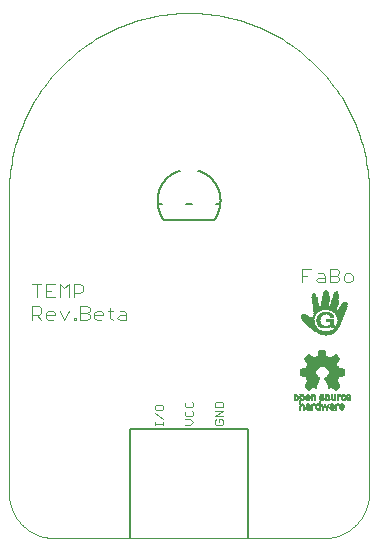
<source format=gto>
G75*
%MOIN*%
%OFA0B0*%
%FSLAX25Y25*%
%IPPOS*%
%LPD*%
%AMOC8*
5,1,8,0,0,1.08239X$1,22.5*
%
%ADD10C,0.00400*%
%ADD11C,0.00600*%
%ADD12C,0.00000*%
%ADD13C,0.00500*%
%ADD14C,0.00300*%
%ADD15R,0.00770X0.00035*%
%ADD16R,0.01400X0.00035*%
%ADD17R,0.01855X0.00035*%
%ADD18R,0.02170X0.00035*%
%ADD19R,0.02485X0.00035*%
%ADD20R,0.02765X0.00035*%
%ADD21R,0.02975X0.00035*%
%ADD22R,0.03220X0.00035*%
%ADD23R,0.03395X0.00035*%
%ADD24R,0.03605X0.00035*%
%ADD25R,0.03780X0.00035*%
%ADD26R,0.03955X0.00035*%
%ADD27R,0.04130X0.00035*%
%ADD28R,0.04270X0.00035*%
%ADD29R,0.04375X0.00035*%
%ADD30R,0.04550X0.00035*%
%ADD31R,0.04690X0.00035*%
%ADD32R,0.04865X0.00035*%
%ADD33R,0.04970X0.00035*%
%ADD34R,0.05110X0.00035*%
%ADD35R,0.05215X0.00035*%
%ADD36R,0.05355X0.00035*%
%ADD37R,0.05460X0.00035*%
%ADD38R,0.05600X0.00035*%
%ADD39R,0.05705X0.00035*%
%ADD40R,0.05810X0.00035*%
%ADD41R,0.05915X0.00035*%
%ADD42R,0.06055X0.00035*%
%ADD43R,0.06160X0.00035*%
%ADD44R,0.06265X0.00035*%
%ADD45R,0.06335X0.00035*%
%ADD46R,0.06440X0.00035*%
%ADD47R,0.06545X0.00035*%
%ADD48R,0.03080X0.00035*%
%ADD49R,0.02660X0.00035*%
%ADD50R,0.02870X0.00035*%
%ADD51R,0.02415X0.00035*%
%ADD52R,0.02730X0.00035*%
%ADD53R,0.02310X0.00035*%
%ADD54R,0.02695X0.00035*%
%ADD55R,0.02170X0.00035*%
%ADD56R,0.02590X0.00035*%
%ADD57R,0.02100X0.00035*%
%ADD58R,0.02520X0.00035*%
%ADD59R,0.02030X0.00035*%
%ADD60R,0.02450X0.00035*%
%ADD61R,0.01960X0.00035*%
%ADD62R,0.01890X0.00035*%
%ADD63R,0.02380X0.00035*%
%ADD64R,0.01785X0.00035*%
%ADD65R,0.01750X0.00035*%
%ADD66R,0.01715X0.00035*%
%ADD67R,0.02275X0.00035*%
%ADD68R,0.01645X0.00035*%
%ADD69R,0.02240X0.00035*%
%ADD70R,0.01610X0.00035*%
%ADD71R,0.02240X0.00035*%
%ADD72R,0.01575X0.00035*%
%ADD73R,0.01540X0.00035*%
%ADD74R,0.02205X0.00035*%
%ADD75R,0.01505X0.00035*%
%ADD76R,0.01470X0.00035*%
%ADD77R,0.01435X0.00035*%
%ADD78R,0.01365X0.00035*%
%ADD79R,0.01330X0.00035*%
%ADD80R,0.01295X0.00035*%
%ADD81R,0.01295X0.00035*%
%ADD82R,0.01260X0.00035*%
%ADD83R,0.01190X0.00035*%
%ADD84R,0.01225X0.00035*%
%ADD85R,0.00385X0.00035*%
%ADD86R,0.00980X0.00035*%
%ADD87R,0.01155X0.00035*%
%ADD88R,0.01645X0.00035*%
%ADD89R,0.01015X0.00035*%
%ADD90R,0.01050X0.00035*%
%ADD91R,0.02345X0.00035*%
%ADD92R,0.01085X0.00035*%
%ADD93R,0.02905X0.00035*%
%ADD94R,0.03045X0.00035*%
%ADD95R,0.01120X0.00035*%
%ADD96R,0.02345X0.00035*%
%ADD97R,0.03255X0.00035*%
%ADD98R,0.01120X0.00035*%
%ADD99R,0.03500X0.00035*%
%ADD100R,0.02415X0.00035*%
%ADD101R,0.03640X0.00035*%
%ADD102R,0.04900X0.00035*%
%ADD103R,0.04935X0.00035*%
%ADD104R,0.05005X0.00035*%
%ADD105R,0.01680X0.00035*%
%ADD106R,0.02065X0.00035*%
%ADD107R,0.02555X0.00035*%
%ADD108R,0.02590X0.00035*%
%ADD109R,0.02625X0.00035*%
%ADD110R,0.02695X0.00035*%
%ADD111R,0.01470X0.00035*%
%ADD112R,0.02765X0.00035*%
%ADD113R,0.02800X0.00035*%
%ADD114R,0.02835X0.00035*%
%ADD115R,0.01365X0.00035*%
%ADD116R,0.02940X0.00035*%
%ADD117R,0.03010X0.00035*%
%ADD118R,0.03045X0.00035*%
%ADD119R,0.03115X0.00035*%
%ADD120R,0.03150X0.00035*%
%ADD121R,0.03185X0.00035*%
%ADD122R,0.03220X0.00035*%
%ADD123R,0.01190X0.00035*%
%ADD124R,0.03290X0.00035*%
%ADD125R,0.03325X0.00035*%
%ADD126R,0.03360X0.00035*%
%ADD127R,0.03430X0.00035*%
%ADD128R,0.03465X0.00035*%
%ADD129R,0.03535X0.00035*%
%ADD130R,0.03570X0.00035*%
%ADD131R,0.03675X0.00035*%
%ADD132R,0.03710X0.00035*%
%ADD133R,0.03745X0.00035*%
%ADD134R,0.03815X0.00035*%
%ADD135R,0.03850X0.00035*%
%ADD136R,0.03885X0.00035*%
%ADD137R,0.03920X0.00035*%
%ADD138R,0.03990X0.00035*%
%ADD139R,0.04025X0.00035*%
%ADD140R,0.02870X0.00035*%
%ADD141R,0.04095X0.00035*%
%ADD142R,0.04165X0.00035*%
%ADD143R,0.04200X0.00035*%
%ADD144R,0.04235X0.00035*%
%ADD145R,0.04270X0.00035*%
%ADD146R,0.01820X0.00035*%
%ADD147R,0.04305X0.00035*%
%ADD148R,0.04340X0.00035*%
%ADD149R,0.01925X0.00035*%
%ADD150R,0.04410X0.00035*%
%ADD151R,0.00945X0.00035*%
%ADD152R,0.00875X0.00035*%
%ADD153R,0.00840X0.00035*%
%ADD154R,0.02135X0.00035*%
%ADD155R,0.00805X0.00035*%
%ADD156R,0.00735X0.00035*%
%ADD157R,0.01995X0.00035*%
%ADD158R,0.02520X0.00035*%
%ADD159R,0.01540X0.00035*%
%ADD160R,0.00770X0.00035*%
%ADD161R,0.00665X0.00035*%
%ADD162R,0.00420X0.00035*%
%ADD163R,0.00910X0.00035*%
%ADD164R,0.04060X0.00035*%
%ADD165R,0.01015X0.00035*%
%ADD166R,0.03115X0.00035*%
%ADD167R,0.03395X0.00035*%
%ADD168R,0.03745X0.00035*%
%ADD169R,0.04340X0.00035*%
%ADD170R,0.04480X0.00035*%
%ADD171R,0.02065X0.00035*%
%ADD172R,0.04515X0.00035*%
%ADD173R,0.04585X0.00035*%
%ADD174R,0.04760X0.00035*%
%ADD175R,0.04830X0.00035*%
%ADD176R,0.07805X0.00035*%
%ADD177R,0.07840X0.00035*%
%ADD178R,0.07875X0.00035*%
%ADD179R,0.07910X0.00035*%
%ADD180R,0.07945X0.00035*%
%ADD181R,0.07980X0.00035*%
%ADD182R,0.08015X0.00035*%
%ADD183R,0.08050X0.00035*%
%ADD184R,0.05635X0.00035*%
%ADD185R,0.01995X0.00035*%
%ADD186R,0.01890X0.00035*%
%ADD187R,0.01715X0.00035*%
%ADD188R,0.00945X0.00035*%
%ADD189R,0.00560X0.00035*%
%ADD190R,0.01820X0.00035*%
%ADD191R,0.00700X0.00035*%
%ADD192R,0.00630X0.00035*%
%ADD193R,0.00525X0.00035*%
%ADD194R,0.00175X0.00035*%
%ADD195R,0.00595X0.00035*%
%ADD196R,0.00490X0.00035*%
%ADD197R,0.00210X0.00035*%
%ADD198R,0.00490X0.00035*%
%ADD199R,0.00315X0.00035*%
%ADD200R,0.00520X0.00040*%
%ADD201R,0.00520X0.00040*%
%ADD202R,0.00760X0.00040*%
%ADD203R,0.00640X0.00040*%
%ADD204R,0.00440X0.00040*%
%ADD205R,0.00480X0.00040*%
%ADD206R,0.00520X0.00040*%
%ADD207R,0.00520X0.00040*%
%ADD208R,0.01400X0.00040*%
%ADD209R,0.00800X0.00040*%
%ADD210R,0.00480X0.00040*%
%ADD211R,0.00960X0.00040*%
%ADD212R,0.01440X0.00040*%
%ADD213R,0.01080X0.00040*%
%ADD214R,0.01520X0.00040*%
%ADD215R,0.01440X0.00040*%
%ADD216R,0.00560X0.00040*%
%ADD217R,0.01480X0.00040*%
%ADD218R,0.01200X0.00040*%
%ADD219R,0.01560X0.00040*%
%ADD220R,0.01320X0.00040*%
%ADD221R,0.01560X0.00040*%
%ADD222R,0.01520X0.00040*%
%ADD223R,0.00600X0.00040*%
%ADD224R,0.00560X0.00040*%
%ADD225R,0.01400X0.00040*%
%ADD226R,0.01600X0.00040*%
%ADD227R,0.00600X0.00040*%
%ADD228R,0.00640X0.00040*%
%ADD229R,0.01640X0.00040*%
%ADD230R,0.00680X0.00040*%
%ADD231R,0.01680X0.00040*%
%ADD232R,0.01680X0.00040*%
%ADD233R,0.01640X0.00040*%
%ADD234R,0.00720X0.00040*%
%ADD235R,0.01480X0.00040*%
%ADD236R,0.00760X0.00040*%
%ADD237R,0.00720X0.00040*%
%ADD238R,0.00640X0.00040*%
%ADD239R,0.00360X0.00040*%
%ADD240R,0.00240X0.00040*%
%ADD241R,0.00160X0.00040*%
%ADD242R,0.00840X0.00040*%
%ADD243R,0.00080X0.00040*%
%ADD244R,0.00880X0.00040*%
%ADD245R,0.00920X0.00040*%
%ADD246R,0.00960X0.00040*%
%ADD247R,0.01640X0.00040*%
%ADD248R,0.01760X0.00040*%
%ADD249R,0.00440X0.00040*%
%ADD250R,0.01000X0.00040*%
%ADD251R,0.01760X0.00040*%
%ADD252R,0.00440X0.00040*%
%ADD253R,0.01320X0.00040*%
%ADD254R,0.01200X0.00040*%
%ADD255R,0.00920X0.00040*%
%ADD256R,0.00840X0.00040*%
%ADD257R,0.00800X0.00040*%
%ADD258R,0.00080X0.00040*%
%ADD259R,0.00120X0.00040*%
%ADD260R,0.00240X0.00040*%
%ADD261R,0.00720X0.00040*%
%ADD262R,0.00200X0.00040*%
%ADD263R,0.00400X0.00040*%
%ADD264R,0.01240X0.00040*%
%ADD265R,0.01640X0.00040*%
%ADD266R,0.01440X0.00040*%
%ADD267R,0.01280X0.00040*%
%ADD268R,0.01520X0.00040*%
%ADD269R,0.01280X0.00040*%
%ADD270R,0.01520X0.00040*%
%ADD271R,0.01360X0.00040*%
%ADD272R,0.01440X0.00040*%
%ADD273R,0.01240X0.00040*%
%ADD274R,0.01120X0.00040*%
%ADD275R,0.01240X0.00040*%
%ADD276R,0.01040X0.00040*%
%ADD277R,0.00840X0.00040*%
%ADD278R,0.00440X0.00040*%
%ADD279R,0.00400X0.00040*%
%ADD280R,0.00320X0.00040*%
%ADD281R,0.00920X0.00040*%
%ADD282R,0.01040X0.00040*%
%ADD283R,0.01000X0.00040*%
%ADD284R,0.01080X0.00040*%
%ADD285R,0.01160X0.00040*%
%ADD286R,0.01040X0.00040*%
%ADD287R,0.01160X0.00040*%
%ADD288R,0.01600X0.00040*%
%ADD289R,0.01720X0.00040*%
%ADD290R,0.01720X0.00040*%
%ADD291R,0.00640X0.00040*%
%ADD292R,0.00680X0.00040*%
%ADD293R,0.00360X0.00040*%
%ADD294R,0.00280X0.00040*%
%ADD295R,0.00120X0.00040*%
%ADD296R,0.00040X0.00040*%
%ADD297R,0.00040X0.00040*%
%ADD298R,0.01320X0.00040*%
%ADD299R,0.00280X0.00040*%
%ADD300R,0.00320X0.00040*%
%ADD301R,0.01320X0.00040*%
%ADD302R,0.01120X0.00040*%
%ADD303R,0.01120X0.00040*%
%ADD304R,0.01800X0.00040*%
%ADD305R,0.01920X0.00040*%
%ADD306R,0.01920X0.00040*%
%ADD307R,0.02000X0.00040*%
%ADD308R,0.02120X0.00040*%
%ADD309R,0.02200X0.00040*%
%ADD310R,0.02320X0.00040*%
%ADD311R,0.02400X0.00040*%
%ADD312R,0.02520X0.00040*%
%ADD313R,0.02600X0.00040*%
%ADD314R,0.00880X0.00040*%
%ADD315R,0.03680X0.00040*%
%ADD316R,0.03720X0.00040*%
%ADD317R,0.03800X0.00040*%
%ADD318R,0.03840X0.00040*%
%ADD319R,0.03840X0.00040*%
%ADD320R,0.03920X0.00040*%
%ADD321R,0.03960X0.00040*%
%ADD322R,0.04000X0.00040*%
%ADD323R,0.04080X0.00040*%
%ADD324R,0.04120X0.00040*%
%ADD325R,0.04160X0.00040*%
%ADD326R,0.04200X0.00040*%
%ADD327R,0.04200X0.00040*%
%ADD328R,0.04160X0.00040*%
%ADD329R,0.04120X0.00040*%
%ADD330R,0.04080X0.00040*%
%ADD331R,0.04040X0.00040*%
%ADD332R,0.04040X0.00040*%
%ADD333R,0.04040X0.00040*%
%ADD334R,0.04040X0.00040*%
%ADD335R,0.03960X0.00040*%
%ADD336R,0.03920X0.00040*%
%ADD337R,0.03920X0.00040*%
%ADD338R,0.03880X0.00040*%
%ADD339R,0.03920X0.00040*%
%ADD340R,0.03880X0.00040*%
%ADD341R,0.03800X0.00040*%
%ADD342R,0.04240X0.00040*%
%ADD343R,0.04240X0.00040*%
%ADD344R,0.04280X0.00040*%
%ADD345R,0.04360X0.00040*%
%ADD346R,0.04400X0.00040*%
%ADD347R,0.04440X0.00040*%
%ADD348R,0.04520X0.00040*%
%ADD349R,0.04520X0.00040*%
%ADD350R,0.04520X0.00040*%
%ADD351R,0.04520X0.00040*%
%ADD352R,0.04480X0.00040*%
%ADD353R,0.04440X0.00040*%
%ADD354R,0.04400X0.00040*%
%ADD355R,0.04360X0.00040*%
%ADD356R,0.04320X0.00040*%
%ADD357R,0.04240X0.00040*%
%ADD358R,0.04320X0.00040*%
%ADD359R,0.04320X0.00040*%
%ADD360R,0.04560X0.00040*%
%ADD361R,0.04720X0.00040*%
%ADD362R,0.04920X0.00040*%
%ADD363R,0.04920X0.00040*%
%ADD364R,0.05080X0.00040*%
%ADD365R,0.05240X0.00040*%
%ADD366R,0.05240X0.00040*%
%ADD367R,0.05480X0.00040*%
%ADD368R,0.05640X0.00040*%
%ADD369R,0.05640X0.00040*%
%ADD370R,0.05680X0.00040*%
%ADD371R,0.05640X0.00040*%
%ADD372R,0.05600X0.00040*%
%ADD373R,0.05600X0.00040*%
%ADD374R,0.05560X0.00040*%
%ADD375R,0.05520X0.00040*%
%ADD376R,0.05520X0.00040*%
%ADD377R,0.05480X0.00040*%
%ADD378R,0.05440X0.00040*%
%ADD379R,0.05440X0.00040*%
%ADD380R,0.05560X0.00040*%
%ADD381R,0.05680X0.00040*%
%ADD382R,0.05440X0.00040*%
%ADD383R,0.05280X0.00040*%
%ADD384R,0.04920X0.00040*%
%ADD385R,0.04600X0.00040*%
%ADD386R,0.04840X0.00040*%
%ADD387R,0.10440X0.00040*%
%ADD388R,0.10360X0.00040*%
%ADD389R,0.10360X0.00040*%
%ADD390R,0.10280X0.00040*%
%ADD391R,0.10200X0.00040*%
%ADD392R,0.10200X0.00040*%
%ADD393R,0.10120X0.00040*%
%ADD394R,0.10040X0.00040*%
%ADD395R,0.10040X0.00040*%
%ADD396R,0.09960X0.00040*%
%ADD397R,0.09880X0.00040*%
%ADD398R,0.09880X0.00040*%
%ADD399R,0.09800X0.00040*%
%ADD400R,0.09720X0.00040*%
%ADD401R,0.09720X0.00040*%
%ADD402R,0.10280X0.00040*%
%ADD403R,0.10520X0.00040*%
%ADD404R,0.10520X0.00040*%
%ADD405R,0.10600X0.00040*%
%ADD406R,0.10680X0.00040*%
%ADD407R,0.10760X0.00040*%
%ADD408R,0.10840X0.00040*%
%ADD409R,0.10920X0.00040*%
%ADD410R,0.11000X0.00040*%
%ADD411R,0.11080X0.00040*%
%ADD412R,0.11080X0.00040*%
%ADD413R,0.11160X0.00040*%
%ADD414R,0.11240X0.00040*%
%ADD415R,0.11320X0.00040*%
%ADD416R,0.11400X0.00040*%
%ADD417R,0.11400X0.00040*%
%ADD418R,0.11480X0.00040*%
%ADD419R,0.11560X0.00040*%
%ADD420R,0.11640X0.00040*%
%ADD421R,0.11640X0.00040*%
%ADD422R,0.11720X0.00040*%
%ADD423R,0.11800X0.00040*%
%ADD424R,0.11880X0.00040*%
%ADD425R,0.11880X0.00040*%
%ADD426R,0.11960X0.00040*%
%ADD427R,0.11720X0.00040*%
%ADD428R,0.11320X0.00040*%
%ADD429R,0.02760X0.00040*%
%ADD430R,0.05400X0.00040*%
%ADD431R,0.02640X0.00040*%
%ADD432R,0.05160X0.00040*%
%ADD433R,0.02560X0.00040*%
%ADD434R,0.05000X0.00040*%
%ADD435R,0.02440X0.00040*%
%ADD436R,0.04760X0.00040*%
%ADD437R,0.02440X0.00040*%
%ADD438R,0.02360X0.00040*%
%ADD439R,0.04600X0.00040*%
%ADD440R,0.02280X0.00040*%
%ADD441R,0.02240X0.00040*%
%ADD442R,0.02160X0.00040*%
%ADD443R,0.02080X0.00040*%
%ADD444R,0.01960X0.00040*%
%ADD445R,0.01880X0.00040*%
%ADD446R,0.03640X0.00040*%
%ADD447R,0.03400X0.00040*%
%ADD448R,0.03240X0.00040*%
%ADD449R,0.03000X0.00040*%
%ADD450R,0.02920X0.00040*%
%ADD451R,0.01360X0.00040*%
%ADD452R,0.02840X0.00040*%
%ADD453R,0.02840X0.00040*%
%ADD454R,0.02760X0.00040*%
%ADD455R,0.02680X0.00040*%
%ADD456R,0.02680X0.00040*%
%ADD457R,0.02600X0.00040*%
%ADD458R,0.02520X0.00040*%
%ADD459R,0.02520X0.00040*%
%ADD460R,0.02440X0.00040*%
%ADD461R,0.02360X0.00040*%
%ADD462R,0.02280X0.00040*%
%ADD463R,0.02200X0.00040*%
%ADD464R,0.02120X0.00040*%
D10*
X0009200Y0074200D02*
X0009200Y0078804D01*
X0011502Y0078804D01*
X0012269Y0078037D01*
X0012269Y0076502D01*
X0011502Y0075735D01*
X0009200Y0075735D01*
X0010735Y0075735D02*
X0012269Y0074200D01*
X0013804Y0074967D02*
X0014571Y0074200D01*
X0016106Y0074200D01*
X0016873Y0075735D02*
X0013804Y0075735D01*
X0013804Y0076502D02*
X0014571Y0077269D01*
X0016106Y0077269D01*
X0016873Y0076502D01*
X0016873Y0075735D01*
X0018408Y0077269D02*
X0019942Y0074200D01*
X0021477Y0077269D01*
X0023012Y0074967D02*
X0023779Y0074967D01*
X0023779Y0074200D01*
X0023012Y0074200D01*
X0023012Y0074967D01*
X0025314Y0074200D02*
X0025314Y0078804D01*
X0027616Y0078804D01*
X0028383Y0078037D01*
X0028383Y0077269D01*
X0027616Y0076502D01*
X0025314Y0076502D01*
X0025314Y0074200D02*
X0027616Y0074200D01*
X0028383Y0074967D01*
X0028383Y0075735D01*
X0027616Y0076502D01*
X0029918Y0076502D02*
X0030685Y0077269D01*
X0032220Y0077269D01*
X0032987Y0076502D01*
X0032987Y0075735D01*
X0029918Y0075735D01*
X0029918Y0076502D02*
X0029918Y0074967D01*
X0030685Y0074200D01*
X0032220Y0074200D01*
X0035289Y0074967D02*
X0035289Y0078037D01*
X0034522Y0077269D02*
X0036056Y0077269D01*
X0035289Y0074967D02*
X0036056Y0074200D01*
X0037591Y0074967D02*
X0038358Y0075735D01*
X0040660Y0075735D01*
X0040660Y0076502D02*
X0040660Y0074200D01*
X0038358Y0074200D01*
X0037591Y0074967D01*
X0038358Y0077269D02*
X0039893Y0077269D01*
X0040660Y0076502D01*
X0026081Y0084002D02*
X0025314Y0083235D01*
X0023012Y0083235D01*
X0023012Y0081700D02*
X0023012Y0086304D01*
X0025314Y0086304D01*
X0026081Y0085537D01*
X0026081Y0084002D01*
X0021477Y0086304D02*
X0021477Y0081700D01*
X0019942Y0084769D02*
X0021477Y0086304D01*
X0019942Y0084769D02*
X0018408Y0086304D01*
X0018408Y0081700D01*
X0016873Y0081700D02*
X0013804Y0081700D01*
X0013804Y0086304D01*
X0016873Y0086304D01*
X0015339Y0084002D02*
X0013804Y0084002D01*
X0012269Y0086304D02*
X0009200Y0086304D01*
X0010735Y0086304D02*
X0010735Y0081700D01*
X0013804Y0076502D02*
X0013804Y0074967D01*
X0099200Y0086700D02*
X0099200Y0091304D01*
X0102269Y0091304D01*
X0100735Y0089002D02*
X0099200Y0089002D01*
X0103804Y0087467D02*
X0104571Y0088235D01*
X0106873Y0088235D01*
X0106873Y0089002D02*
X0106873Y0086700D01*
X0104571Y0086700D01*
X0103804Y0087467D01*
X0104571Y0089769D02*
X0106106Y0089769D01*
X0106873Y0089002D01*
X0108408Y0089002D02*
X0110710Y0089002D01*
X0111477Y0088235D01*
X0111477Y0087467D01*
X0110710Y0086700D01*
X0108408Y0086700D01*
X0108408Y0091304D01*
X0110710Y0091304D01*
X0111477Y0090537D01*
X0111477Y0089769D01*
X0110710Y0089002D01*
X0113012Y0089002D02*
X0113012Y0087467D01*
X0113779Y0086700D01*
X0115314Y0086700D01*
X0116081Y0087467D01*
X0116081Y0089002D01*
X0115314Y0089769D01*
X0113779Y0089769D01*
X0113012Y0089002D01*
D11*
X0071953Y0113000D02*
X0070374Y0113000D01*
X0069748Y0107500D02*
X0053252Y0107500D01*
X0052626Y0113000D02*
X0051047Y0113000D01*
X0060374Y0113000D02*
X0062626Y0113000D01*
X0069748Y0107500D02*
X0069903Y0107702D01*
X0070053Y0107907D01*
X0070199Y0108116D01*
X0070339Y0108329D01*
X0070473Y0108544D01*
X0070603Y0108764D01*
X0070727Y0108986D01*
X0070846Y0109211D01*
X0070959Y0109439D01*
X0071067Y0109669D01*
X0071169Y0109902D01*
X0071266Y0110138D01*
X0071357Y0110375D01*
X0071442Y0110615D01*
X0071521Y0110857D01*
X0071594Y0111101D01*
X0071661Y0111346D01*
X0071722Y0111593D01*
X0071778Y0111842D01*
X0071827Y0112091D01*
X0071870Y0112342D01*
X0071907Y0112594D01*
X0071938Y0112847D01*
X0071963Y0113100D01*
X0071982Y0113354D01*
X0071995Y0113608D01*
X0072001Y0113862D01*
X0072001Y0114117D01*
X0071995Y0114371D01*
X0071983Y0114625D01*
X0071965Y0114879D01*
X0071941Y0115133D01*
X0071910Y0115385D01*
X0071874Y0115637D01*
X0071831Y0115888D01*
X0071782Y0116138D01*
X0071727Y0116386D01*
X0071666Y0116633D01*
X0071600Y0116879D01*
X0071527Y0117123D01*
X0071448Y0117365D01*
X0071364Y0117605D01*
X0071274Y0117843D01*
X0071178Y0118078D01*
X0071076Y0118312D01*
X0070969Y0118543D01*
X0070856Y0118771D01*
X0070737Y0118996D01*
X0070614Y0119218D01*
X0070484Y0119438D01*
X0070350Y0119654D01*
X0070210Y0119866D01*
X0070066Y0120076D01*
X0069916Y0120281D01*
X0069761Y0120484D01*
X0069602Y0120682D01*
X0069437Y0120876D01*
X0069268Y0121066D01*
X0069095Y0121253D01*
X0068917Y0121434D01*
X0068734Y0121612D01*
X0068548Y0121785D01*
X0068357Y0121954D01*
X0068162Y0122117D01*
X0067964Y0122276D01*
X0067761Y0122431D01*
X0067555Y0122580D01*
X0067345Y0122724D01*
X0067132Y0122863D01*
X0066916Y0122997D01*
X0066696Y0123125D01*
X0066473Y0123249D01*
X0066248Y0123366D01*
X0066019Y0123479D01*
X0065788Y0123585D01*
X0065555Y0123686D01*
X0065319Y0123782D01*
X0065081Y0123871D01*
X0064840Y0123955D01*
X0064598Y0124033D01*
X0058402Y0124033D02*
X0058160Y0123955D01*
X0057919Y0123871D01*
X0057681Y0123782D01*
X0057445Y0123686D01*
X0057212Y0123585D01*
X0056981Y0123479D01*
X0056752Y0123366D01*
X0056527Y0123249D01*
X0056304Y0123125D01*
X0056084Y0122997D01*
X0055868Y0122863D01*
X0055655Y0122724D01*
X0055445Y0122580D01*
X0055239Y0122431D01*
X0055036Y0122276D01*
X0054838Y0122117D01*
X0054643Y0121954D01*
X0054452Y0121785D01*
X0054266Y0121612D01*
X0054083Y0121434D01*
X0053905Y0121253D01*
X0053732Y0121066D01*
X0053563Y0120876D01*
X0053398Y0120682D01*
X0053239Y0120484D01*
X0053084Y0120281D01*
X0052934Y0120076D01*
X0052790Y0119866D01*
X0052650Y0119654D01*
X0052516Y0119438D01*
X0052386Y0119218D01*
X0052263Y0118996D01*
X0052144Y0118771D01*
X0052031Y0118543D01*
X0051924Y0118312D01*
X0051822Y0118078D01*
X0051726Y0117843D01*
X0051636Y0117605D01*
X0051552Y0117365D01*
X0051473Y0117123D01*
X0051400Y0116879D01*
X0051334Y0116633D01*
X0051273Y0116386D01*
X0051218Y0116138D01*
X0051169Y0115888D01*
X0051126Y0115637D01*
X0051090Y0115385D01*
X0051059Y0115133D01*
X0051035Y0114879D01*
X0051017Y0114625D01*
X0051005Y0114371D01*
X0050999Y0114117D01*
X0050999Y0113862D01*
X0051005Y0113608D01*
X0051018Y0113354D01*
X0051037Y0113100D01*
X0051062Y0112847D01*
X0051093Y0112594D01*
X0051130Y0112342D01*
X0051173Y0112091D01*
X0051222Y0111842D01*
X0051278Y0111593D01*
X0051339Y0111346D01*
X0051406Y0111101D01*
X0051479Y0110857D01*
X0051558Y0110615D01*
X0051643Y0110375D01*
X0051734Y0110138D01*
X0051831Y0109902D01*
X0051933Y0109669D01*
X0052041Y0109439D01*
X0052154Y0109211D01*
X0052273Y0108986D01*
X0052397Y0108764D01*
X0052527Y0108544D01*
X0052661Y0108329D01*
X0052801Y0108116D01*
X0052947Y0107907D01*
X0053097Y0107702D01*
X0053252Y0107500D01*
D12*
X0001500Y0116500D02*
X0001500Y0016500D01*
X0001504Y0016138D01*
X0001518Y0015775D01*
X0001539Y0015413D01*
X0001570Y0015052D01*
X0001609Y0014692D01*
X0001657Y0014333D01*
X0001714Y0013975D01*
X0001779Y0013618D01*
X0001853Y0013263D01*
X0001936Y0012910D01*
X0002027Y0012559D01*
X0002126Y0012211D01*
X0002234Y0011865D01*
X0002350Y0011521D01*
X0002475Y0011181D01*
X0002607Y0010844D01*
X0002748Y0010510D01*
X0002897Y0010179D01*
X0003054Y0009852D01*
X0003218Y0009529D01*
X0003390Y0009210D01*
X0003570Y0008896D01*
X0003758Y0008585D01*
X0003953Y0008280D01*
X0004155Y0007979D01*
X0004365Y0007683D01*
X0004581Y0007393D01*
X0004805Y0007107D01*
X0005035Y0006827D01*
X0005272Y0006553D01*
X0005516Y0006285D01*
X0005766Y0006022D01*
X0006022Y0005766D01*
X0006285Y0005516D01*
X0006553Y0005272D01*
X0006827Y0005035D01*
X0007107Y0004805D01*
X0007393Y0004581D01*
X0007683Y0004365D01*
X0007979Y0004155D01*
X0008280Y0003953D01*
X0008585Y0003758D01*
X0008896Y0003570D01*
X0009210Y0003390D01*
X0009529Y0003218D01*
X0009852Y0003054D01*
X0010179Y0002897D01*
X0010510Y0002748D01*
X0010844Y0002607D01*
X0011181Y0002475D01*
X0011521Y0002350D01*
X0011865Y0002234D01*
X0012211Y0002126D01*
X0012559Y0002027D01*
X0012910Y0001936D01*
X0013263Y0001853D01*
X0013618Y0001779D01*
X0013975Y0001714D01*
X0014333Y0001657D01*
X0014692Y0001609D01*
X0015052Y0001570D01*
X0015413Y0001539D01*
X0015775Y0001518D01*
X0016138Y0001504D01*
X0016500Y0001500D01*
X0106500Y0001500D01*
X0106862Y0001504D01*
X0107225Y0001518D01*
X0107587Y0001539D01*
X0107948Y0001570D01*
X0108308Y0001609D01*
X0108667Y0001657D01*
X0109025Y0001714D01*
X0109382Y0001779D01*
X0109737Y0001853D01*
X0110090Y0001936D01*
X0110441Y0002027D01*
X0110789Y0002126D01*
X0111135Y0002234D01*
X0111479Y0002350D01*
X0111819Y0002475D01*
X0112156Y0002607D01*
X0112490Y0002748D01*
X0112821Y0002897D01*
X0113148Y0003054D01*
X0113471Y0003218D01*
X0113790Y0003390D01*
X0114104Y0003570D01*
X0114415Y0003758D01*
X0114720Y0003953D01*
X0115021Y0004155D01*
X0115317Y0004365D01*
X0115607Y0004581D01*
X0115893Y0004805D01*
X0116173Y0005035D01*
X0116447Y0005272D01*
X0116715Y0005516D01*
X0116978Y0005766D01*
X0117234Y0006022D01*
X0117484Y0006285D01*
X0117728Y0006553D01*
X0117965Y0006827D01*
X0118195Y0007107D01*
X0118419Y0007393D01*
X0118635Y0007683D01*
X0118845Y0007979D01*
X0119047Y0008280D01*
X0119242Y0008585D01*
X0119430Y0008896D01*
X0119610Y0009210D01*
X0119782Y0009529D01*
X0119946Y0009852D01*
X0120103Y0010179D01*
X0120252Y0010510D01*
X0120393Y0010844D01*
X0120525Y0011181D01*
X0120650Y0011521D01*
X0120766Y0011865D01*
X0120874Y0012211D01*
X0120973Y0012559D01*
X0121064Y0012910D01*
X0121147Y0013263D01*
X0121221Y0013618D01*
X0121286Y0013975D01*
X0121343Y0014333D01*
X0121391Y0014692D01*
X0121430Y0015052D01*
X0121461Y0015413D01*
X0121482Y0015775D01*
X0121496Y0016138D01*
X0121500Y0016500D01*
X0121500Y0116500D01*
X0121482Y0117961D01*
X0121429Y0119421D01*
X0121340Y0120880D01*
X0121216Y0122336D01*
X0121056Y0123788D01*
X0120861Y0125236D01*
X0120630Y0126679D01*
X0120365Y0128116D01*
X0120065Y0129546D01*
X0119730Y0130968D01*
X0119360Y0132382D01*
X0118956Y0133786D01*
X0118518Y0135180D01*
X0118046Y0136563D01*
X0117541Y0137934D01*
X0117002Y0139292D01*
X0116431Y0140637D01*
X0115827Y0141967D01*
X0115191Y0143283D01*
X0114523Y0144582D01*
X0113823Y0145865D01*
X0113092Y0147130D01*
X0112331Y0148378D01*
X0111540Y0149606D01*
X0110719Y0150815D01*
X0109869Y0152003D01*
X0108990Y0153170D01*
X0108083Y0154316D01*
X0107148Y0155439D01*
X0106186Y0156539D01*
X0105198Y0157615D01*
X0104184Y0158667D01*
X0103144Y0159694D01*
X0102080Y0160695D01*
X0100992Y0161671D01*
X0099880Y0162619D01*
X0098746Y0163540D01*
X0097589Y0164433D01*
X0096412Y0165297D01*
X0095213Y0166133D01*
X0093994Y0166939D01*
X0092756Y0167716D01*
X0091500Y0168462D01*
X0090226Y0169177D01*
X0088935Y0169861D01*
X0087627Y0170513D01*
X0086304Y0171133D01*
X0084966Y0171721D01*
X0083615Y0172276D01*
X0082250Y0172798D01*
X0080873Y0173286D01*
X0079484Y0173741D01*
X0078085Y0174162D01*
X0076676Y0174549D01*
X0075258Y0174901D01*
X0073832Y0175219D01*
X0072398Y0175502D01*
X0070958Y0175750D01*
X0069513Y0175963D01*
X0068062Y0176140D01*
X0066608Y0176282D01*
X0065151Y0176389D01*
X0063691Y0176460D01*
X0062231Y0176496D01*
X0060769Y0176496D01*
X0059309Y0176460D01*
X0057849Y0176389D01*
X0056392Y0176282D01*
X0054938Y0176140D01*
X0053487Y0175963D01*
X0052042Y0175750D01*
X0050602Y0175502D01*
X0049168Y0175219D01*
X0047742Y0174901D01*
X0046324Y0174549D01*
X0044915Y0174162D01*
X0043516Y0173741D01*
X0042127Y0173286D01*
X0040750Y0172798D01*
X0039385Y0172276D01*
X0038034Y0171721D01*
X0036696Y0171133D01*
X0035373Y0170513D01*
X0034065Y0169861D01*
X0032774Y0169177D01*
X0031500Y0168462D01*
X0030244Y0167716D01*
X0029006Y0166939D01*
X0027787Y0166133D01*
X0026588Y0165297D01*
X0025411Y0164433D01*
X0024254Y0163540D01*
X0023120Y0162619D01*
X0022008Y0161671D01*
X0020920Y0160695D01*
X0019856Y0159694D01*
X0018816Y0158667D01*
X0017802Y0157615D01*
X0016814Y0156539D01*
X0015852Y0155439D01*
X0014917Y0154316D01*
X0014010Y0153170D01*
X0013131Y0152003D01*
X0012281Y0150815D01*
X0011460Y0149606D01*
X0010669Y0148378D01*
X0009908Y0147130D01*
X0009177Y0145865D01*
X0008477Y0144582D01*
X0007809Y0143283D01*
X0007173Y0141967D01*
X0006569Y0140637D01*
X0005998Y0139292D01*
X0005459Y0137934D01*
X0004954Y0136563D01*
X0004482Y0135180D01*
X0004044Y0133786D01*
X0003640Y0132382D01*
X0003270Y0130968D01*
X0002935Y0129546D01*
X0002635Y0128116D01*
X0002370Y0126679D01*
X0002139Y0125236D01*
X0001944Y0123788D01*
X0001784Y0122336D01*
X0001660Y0120880D01*
X0001571Y0119421D01*
X0001518Y0117961D01*
X0001500Y0116500D01*
D13*
X0041815Y0037750D02*
X0041815Y0001500D01*
X0041815Y0037750D02*
X0081185Y0037750D01*
X0081185Y0001500D01*
D14*
X0072466Y0039150D02*
X0070531Y0039150D01*
X0070048Y0039634D01*
X0070048Y0040601D01*
X0070531Y0041085D01*
X0071499Y0041085D02*
X0071499Y0040117D01*
X0071499Y0041085D02*
X0072466Y0041085D01*
X0072950Y0040601D01*
X0072950Y0039634D01*
X0072466Y0039150D01*
X0072950Y0042097D02*
X0070048Y0042097D01*
X0072950Y0044031D01*
X0070048Y0044031D01*
X0070048Y0045043D02*
X0070048Y0046494D01*
X0070531Y0046978D01*
X0072466Y0046978D01*
X0072950Y0046494D01*
X0072950Y0045043D01*
X0070048Y0045043D01*
X0062950Y0045527D02*
X0062950Y0046494D01*
X0062466Y0046978D01*
X0062950Y0045527D02*
X0062466Y0045043D01*
X0060531Y0045043D01*
X0060048Y0045527D01*
X0060048Y0046494D01*
X0060531Y0046978D01*
X0060531Y0044031D02*
X0060048Y0043548D01*
X0060048Y0042580D01*
X0060531Y0042097D01*
X0062466Y0042097D01*
X0062950Y0042580D01*
X0062950Y0043548D01*
X0062466Y0044031D01*
X0061983Y0041085D02*
X0060048Y0041085D01*
X0061983Y0041085D02*
X0062950Y0040117D01*
X0061983Y0039150D01*
X0060048Y0039150D01*
X0052950Y0039150D02*
X0052950Y0040117D01*
X0052950Y0039634D02*
X0050048Y0039634D01*
X0050048Y0040117D02*
X0050048Y0039150D01*
X0052950Y0041114D02*
X0050048Y0043049D01*
X0050531Y0044061D02*
X0050048Y0044545D01*
X0050048Y0045512D01*
X0050531Y0045996D01*
X0052466Y0045996D01*
X0052950Y0045512D01*
X0052950Y0044545D01*
X0052466Y0044061D01*
X0050531Y0044061D01*
D15*
X0103077Y0075125D03*
X0103112Y0075160D03*
X0103112Y0075195D03*
X0103148Y0075230D03*
X0103287Y0075545D03*
X0103323Y0075615D03*
X0103148Y0082580D03*
X0110673Y0083350D03*
X0107277Y0069000D03*
D16*
X0107277Y0069035D03*
X0110217Y0070890D03*
X0110252Y0070925D03*
X0110287Y0070960D03*
X0109202Y0072430D03*
X0111687Y0073655D03*
X0111687Y0073690D03*
X0111687Y0073725D03*
X0111723Y0073760D03*
X0111723Y0073795D03*
X0108817Y0075825D03*
X0105212Y0075475D03*
X0105177Y0075440D03*
X0105108Y0075335D03*
X0105073Y0075300D03*
X0105037Y0075230D03*
X0105002Y0075195D03*
X0104967Y0075125D03*
X0103777Y0076560D03*
X0099962Y0075650D03*
X0105037Y0072465D03*
X0105073Y0072430D03*
X0103252Y0081985D03*
X0107277Y0083315D03*
X0110602Y0082860D03*
D17*
X0110515Y0082265D03*
X0110515Y0082230D03*
X0107260Y0082755D03*
X0107260Y0082790D03*
X0103410Y0081110D03*
X0103410Y0081075D03*
X0103410Y0081040D03*
X0104005Y0076910D03*
X0106035Y0076000D03*
X0105720Y0071975D03*
X0107260Y0069070D03*
X0109640Y0070435D03*
X0108975Y0072115D03*
X0111845Y0074635D03*
X0111845Y0074670D03*
X0100015Y0075405D03*
D18*
X0104127Y0077085D03*
X0103777Y0079150D03*
X0103673Y0079570D03*
X0103673Y0079605D03*
X0105948Y0071940D03*
X0103498Y0071030D03*
X0107277Y0069105D03*
X0111862Y0075125D03*
X0109762Y0077260D03*
D19*
X0111845Y0075510D03*
X0112755Y0077820D03*
X0112755Y0077855D03*
X0112790Y0077890D03*
X0107085Y0080935D03*
X0107085Y0080970D03*
X0107085Y0081005D03*
X0107085Y0081040D03*
X0107085Y0081075D03*
X0104285Y0077225D03*
X0102500Y0072010D03*
X0102535Y0071975D03*
X0106910Y0071555D03*
X0107260Y0069140D03*
D20*
X0107260Y0069175D03*
X0108520Y0071940D03*
X0111810Y0075790D03*
X0106945Y0079395D03*
X0106945Y0079430D03*
X0106945Y0079465D03*
X0106945Y0079500D03*
X0106945Y0079535D03*
X0106945Y0079570D03*
X0102185Y0072395D03*
X0100365Y0074880D03*
D21*
X0104495Y0077400D03*
X0106910Y0078695D03*
X0106910Y0078730D03*
X0106910Y0078765D03*
X0106910Y0078800D03*
X0107260Y0069210D03*
D22*
X0107242Y0069245D03*
X0111757Y0076175D03*
D23*
X0106910Y0071730D03*
X0107225Y0069280D03*
X0101625Y0073235D03*
D24*
X0101485Y0073480D03*
X0107225Y0069315D03*
X0111670Y0076455D03*
D25*
X0111617Y0076595D03*
X0107207Y0069350D03*
X0101362Y0073760D03*
D26*
X0101275Y0074005D03*
X0101275Y0074040D03*
X0107225Y0069385D03*
X0111565Y0076700D03*
D27*
X0107242Y0076035D03*
X0107207Y0069420D03*
X0101223Y0074250D03*
X0101223Y0074285D03*
X0101223Y0074320D03*
D28*
X0107207Y0069455D03*
D29*
X0107190Y0069490D03*
X0111460Y0076945D03*
X0101170Y0074775D03*
D30*
X0107173Y0069525D03*
D31*
X0107172Y0069560D03*
X0111372Y0077085D03*
D32*
X0107155Y0069595D03*
D33*
X0107137Y0069630D03*
D34*
X0107137Y0069665D03*
D35*
X0107120Y0069700D03*
D36*
X0107120Y0069735D03*
D37*
X0107102Y0069770D03*
D38*
X0107102Y0069805D03*
X0108117Y0078205D03*
X0108117Y0078240D03*
X0108152Y0078345D03*
D39*
X0107085Y0069840D03*
D40*
X0107067Y0069875D03*
D41*
X0107050Y0069910D03*
D42*
X0107050Y0069945D03*
D43*
X0107032Y0069980D03*
D44*
X0107015Y0070015D03*
D45*
X0107015Y0070050D03*
D46*
X0106997Y0070085D03*
D47*
X0106980Y0070120D03*
D48*
X0105177Y0070155D03*
X0101852Y0072850D03*
X0106927Y0078485D03*
X0111757Y0076070D03*
D49*
X0111827Y0075685D03*
X0112492Y0077400D03*
X0112527Y0077435D03*
X0109482Y0077435D03*
X0106997Y0079990D03*
X0106997Y0080025D03*
X0106997Y0080060D03*
X0106997Y0080095D03*
X0106997Y0080130D03*
X0106997Y0080165D03*
X0100312Y0074915D03*
X0102237Y0072325D03*
X0102272Y0072290D03*
X0108957Y0070155D03*
D50*
X0105037Y0070190D03*
X0102062Y0072570D03*
X0102027Y0072605D03*
X0106927Y0079010D03*
X0106927Y0079045D03*
X0106927Y0079080D03*
X0106927Y0079115D03*
X0106927Y0079150D03*
D51*
X0107120Y0081285D03*
X0107120Y0081320D03*
X0107120Y0081355D03*
X0107120Y0081390D03*
X0107120Y0081425D03*
X0109885Y0078870D03*
X0109815Y0078625D03*
X0109815Y0078590D03*
X0109780Y0078520D03*
X0109780Y0078485D03*
X0109745Y0078380D03*
X0109605Y0077365D03*
X0112860Y0078065D03*
X0112895Y0078135D03*
X0109115Y0070190D03*
X0102710Y0071765D03*
X0102640Y0071835D03*
X0100190Y0075055D03*
D52*
X0104407Y0077330D03*
X0106962Y0079605D03*
X0106962Y0079640D03*
X0106962Y0079675D03*
X0106962Y0079710D03*
X0106962Y0079745D03*
X0111827Y0075755D03*
X0112423Y0077295D03*
X0104898Y0070225D03*
D53*
X0104267Y0070505D03*
X0104197Y0070540D03*
X0102902Y0071555D03*
X0100137Y0075125D03*
X0104197Y0077155D03*
X0103987Y0078450D03*
X0103987Y0078485D03*
X0103952Y0078520D03*
X0103952Y0078555D03*
X0107172Y0081740D03*
X0107172Y0081775D03*
X0107172Y0081810D03*
X0107172Y0081845D03*
X0110287Y0080830D03*
X0110287Y0080795D03*
X0110287Y0080760D03*
X0110287Y0080725D03*
X0110252Y0080655D03*
X0110252Y0080620D03*
X0110252Y0080585D03*
X0110252Y0080550D03*
X0110217Y0080445D03*
X0110217Y0080410D03*
X0110217Y0080375D03*
X0113052Y0078520D03*
X0113017Y0078450D03*
X0111862Y0075300D03*
X0109202Y0070225D03*
D54*
X0106910Y0071590D03*
X0104810Y0070260D03*
X0112440Y0077330D03*
X0112475Y0077365D03*
D55*
X0113157Y0078800D03*
X0113157Y0078835D03*
X0110392Y0081390D03*
X0110392Y0081425D03*
X0110392Y0081460D03*
X0110392Y0081495D03*
X0107207Y0082090D03*
X0107207Y0082125D03*
X0107207Y0082160D03*
X0107207Y0082195D03*
X0103707Y0079465D03*
X0103707Y0079430D03*
X0103707Y0079395D03*
X0103742Y0079325D03*
X0103742Y0079290D03*
X0109307Y0070260D03*
D56*
X0104722Y0070295D03*
X0102377Y0072150D03*
X0102342Y0072185D03*
X0100277Y0074950D03*
X0107032Y0080375D03*
X0107032Y0080410D03*
X0107032Y0080445D03*
X0107032Y0080480D03*
X0107032Y0080515D03*
X0112597Y0077540D03*
D57*
X0113192Y0078940D03*
X0111862Y0075020D03*
X0109377Y0070295D03*
X0103602Y0079885D03*
X0103602Y0079920D03*
X0103602Y0079955D03*
X0103602Y0079990D03*
X0103567Y0080025D03*
X0103567Y0080060D03*
X0103567Y0080095D03*
X0103567Y0080130D03*
X0107242Y0082335D03*
X0110427Y0081705D03*
X0110427Y0081670D03*
X0110427Y0081635D03*
X0100067Y0075265D03*
D58*
X0100242Y0074985D03*
X0102482Y0072045D03*
X0104617Y0070330D03*
X0107067Y0080760D03*
X0107067Y0080795D03*
X0107067Y0080830D03*
X0107067Y0080865D03*
X0107067Y0080900D03*
X0112667Y0077680D03*
D59*
X0113227Y0079045D03*
X0111862Y0074950D03*
X0111862Y0074915D03*
X0111862Y0074880D03*
X0107312Y0076455D03*
X0103532Y0080305D03*
X0103532Y0080340D03*
X0103532Y0080375D03*
X0103498Y0080445D03*
X0103498Y0080480D03*
X0103498Y0080515D03*
X0107242Y0082440D03*
X0107242Y0082475D03*
X0107242Y0082510D03*
X0110462Y0081915D03*
X0110462Y0081880D03*
X0110462Y0081845D03*
X0109448Y0070330D03*
X0100067Y0075300D03*
D60*
X0100208Y0075020D03*
X0102552Y0071940D03*
X0102587Y0071905D03*
X0102623Y0071870D03*
X0104477Y0070400D03*
X0104548Y0070365D03*
X0109762Y0078415D03*
X0109762Y0078450D03*
X0112808Y0077960D03*
X0112808Y0077925D03*
X0112842Y0077995D03*
X0112842Y0078030D03*
X0112877Y0078100D03*
X0111862Y0075475D03*
X0111862Y0075440D03*
X0107102Y0081110D03*
X0107102Y0081145D03*
X0107102Y0081180D03*
X0107102Y0081215D03*
X0107102Y0081250D03*
D61*
X0107242Y0082580D03*
X0110497Y0082125D03*
X0110497Y0082090D03*
X0110497Y0082055D03*
X0113262Y0079150D03*
X0111862Y0074845D03*
X0111862Y0074810D03*
X0108922Y0072080D03*
X0109517Y0070365D03*
X0106927Y0071485D03*
X0104057Y0076980D03*
X0103462Y0080655D03*
X0103462Y0080690D03*
X0103462Y0080725D03*
X0103462Y0080760D03*
X0100032Y0075370D03*
D62*
X0109587Y0070400D03*
X0111862Y0074705D03*
X0111862Y0074740D03*
D63*
X0111862Y0075370D03*
X0111862Y0075405D03*
X0112912Y0078170D03*
X0112912Y0078205D03*
X0112948Y0078240D03*
X0112948Y0078275D03*
X0112982Y0078345D03*
X0109937Y0079045D03*
X0109937Y0079080D03*
X0109937Y0079115D03*
X0109973Y0079185D03*
X0109973Y0079220D03*
X0109973Y0079255D03*
X0110007Y0079360D03*
X0110007Y0079395D03*
X0110042Y0079535D03*
X0110042Y0079570D03*
X0110077Y0079710D03*
X0110112Y0079885D03*
X0109902Y0079010D03*
X0109902Y0078975D03*
X0109902Y0078940D03*
X0109902Y0078905D03*
X0109867Y0078835D03*
X0109867Y0078800D03*
X0109867Y0078765D03*
X0109832Y0078695D03*
X0109832Y0078660D03*
X0109798Y0078555D03*
X0107312Y0076420D03*
X0108712Y0071975D03*
X0104407Y0070435D03*
X0104337Y0070470D03*
X0102762Y0071730D03*
X0104232Y0077190D03*
X0104057Y0078240D03*
X0104057Y0078275D03*
X0104023Y0078345D03*
X0107137Y0081460D03*
X0107137Y0081495D03*
X0107137Y0081530D03*
X0107137Y0081565D03*
D64*
X0110550Y0082370D03*
X0110550Y0082405D03*
X0113315Y0079325D03*
X0111845Y0074565D03*
X0111845Y0074530D03*
X0109010Y0072150D03*
X0109710Y0070470D03*
X0105650Y0072010D03*
X0103375Y0081215D03*
X0103375Y0081250D03*
X0103375Y0081285D03*
D65*
X0103358Y0081320D03*
X0103358Y0081355D03*
X0103358Y0081390D03*
X0103952Y0076840D03*
X0099998Y0075475D03*
X0107277Y0082895D03*
X0107277Y0082930D03*
X0107277Y0082965D03*
X0110567Y0082440D03*
X0113333Y0079395D03*
X0113333Y0079360D03*
X0111827Y0074495D03*
X0111827Y0074460D03*
X0111827Y0074425D03*
X0108467Y0076000D03*
X0109762Y0070505D03*
D66*
X0109815Y0070540D03*
X0109045Y0072185D03*
X0105930Y0075965D03*
X0103935Y0076805D03*
X0103340Y0081425D03*
X0103340Y0081460D03*
X0103340Y0081495D03*
X0099980Y0075510D03*
D67*
X0102955Y0071520D03*
X0102990Y0071485D03*
X0103025Y0071450D03*
X0103060Y0071415D03*
X0103095Y0071380D03*
X0103130Y0071345D03*
X0104145Y0070575D03*
X0103935Y0078590D03*
X0103935Y0078625D03*
X0103935Y0078660D03*
X0103900Y0078695D03*
X0103900Y0078730D03*
X0103865Y0078835D03*
X0107190Y0081880D03*
X0107190Y0081915D03*
X0107190Y0081950D03*
X0110340Y0081110D03*
X0110305Y0080970D03*
X0110305Y0080935D03*
X0110305Y0080900D03*
X0110305Y0080865D03*
X0110270Y0080690D03*
X0113070Y0078590D03*
X0113070Y0078555D03*
X0113035Y0078485D03*
X0111880Y0075265D03*
D68*
X0111810Y0074320D03*
X0111810Y0074285D03*
X0111810Y0074250D03*
X0108590Y0075965D03*
X0105825Y0075930D03*
X0105475Y0072080D03*
X0109850Y0070575D03*
X0109885Y0070610D03*
X0113350Y0079465D03*
X0110585Y0082580D03*
D69*
X0110357Y0081215D03*
X0110357Y0081180D03*
X0110357Y0081145D03*
X0110322Y0081075D03*
X0110322Y0081040D03*
X0110322Y0081005D03*
X0107207Y0081985D03*
X0103847Y0078905D03*
X0103847Y0078870D03*
X0103882Y0078800D03*
X0103882Y0078765D03*
X0103182Y0071310D03*
X0103217Y0071275D03*
X0103252Y0071240D03*
X0103917Y0070715D03*
X0104022Y0070645D03*
X0104092Y0070610D03*
X0106927Y0071520D03*
X0109727Y0077295D03*
X0113122Y0078730D03*
D70*
X0113367Y0079500D03*
X0110567Y0082615D03*
X0107277Y0083070D03*
X0107277Y0083105D03*
X0103882Y0076735D03*
X0105772Y0075895D03*
X0109097Y0072255D03*
X0109937Y0070645D03*
X0111792Y0074180D03*
X0111792Y0074215D03*
X0103287Y0081670D03*
X0103287Y0081705D03*
D71*
X0103812Y0079010D03*
X0104162Y0077120D03*
X0100137Y0075160D03*
X0103287Y0071205D03*
X0103987Y0070680D03*
X0111862Y0075195D03*
X0111862Y0075230D03*
X0113087Y0078625D03*
X0113087Y0078660D03*
D72*
X0113385Y0079535D03*
X0110585Y0082650D03*
X0110585Y0082685D03*
X0107295Y0083140D03*
X0103865Y0076700D03*
X0105685Y0075860D03*
X0105405Y0072115D03*
X0109115Y0072290D03*
X0109990Y0070680D03*
X0111775Y0074075D03*
X0111775Y0074110D03*
X0111775Y0074145D03*
X0108660Y0075930D03*
D73*
X0111757Y0074040D03*
X0111757Y0074005D03*
X0110042Y0070715D03*
X0105352Y0072150D03*
X0105632Y0075825D03*
X0103847Y0076665D03*
X0107277Y0083175D03*
X0110602Y0082720D03*
D74*
X0110375Y0081355D03*
X0110375Y0081320D03*
X0110375Y0081285D03*
X0110375Y0081250D03*
X0107190Y0082020D03*
X0107190Y0082055D03*
X0103725Y0079360D03*
X0103760Y0079255D03*
X0103760Y0079220D03*
X0103760Y0079185D03*
X0103795Y0079115D03*
X0103795Y0079080D03*
X0103795Y0079045D03*
X0103830Y0078975D03*
X0103830Y0078940D03*
X0100120Y0075195D03*
X0103340Y0071170D03*
X0103375Y0071135D03*
X0103410Y0071100D03*
X0103445Y0071065D03*
X0103550Y0070995D03*
X0103585Y0070960D03*
X0103620Y0070925D03*
X0103690Y0070890D03*
X0103725Y0070855D03*
X0103760Y0070820D03*
X0103830Y0070785D03*
X0103865Y0070750D03*
X0108800Y0072010D03*
X0111880Y0075160D03*
X0113105Y0078695D03*
X0113140Y0078765D03*
D75*
X0113385Y0079570D03*
X0110585Y0082755D03*
X0107295Y0083210D03*
X0103830Y0076630D03*
X0105475Y0075720D03*
X0105545Y0075755D03*
X0105580Y0075790D03*
X0105265Y0072220D03*
X0105300Y0072185D03*
X0109150Y0072325D03*
X0110060Y0070750D03*
X0108730Y0075895D03*
X0103270Y0081810D03*
X0103270Y0081845D03*
X0103270Y0081880D03*
D76*
X0103252Y0081915D03*
X0107277Y0083245D03*
X0110602Y0082790D03*
X0105423Y0075685D03*
X0105387Y0075650D03*
X0105352Y0075615D03*
X0099962Y0075615D03*
X0110112Y0070785D03*
X0110148Y0070820D03*
D77*
X0110200Y0070855D03*
X0109185Y0072395D03*
X0111740Y0073830D03*
X0111740Y0073865D03*
X0108800Y0075860D03*
X0105265Y0075510D03*
X0105160Y0075405D03*
X0105125Y0075370D03*
X0103795Y0076595D03*
X0105090Y0072395D03*
X0105125Y0072360D03*
X0105160Y0072325D03*
X0105195Y0072290D03*
X0105230Y0072255D03*
X0103235Y0081950D03*
X0107295Y0083280D03*
X0110620Y0082825D03*
X0113420Y0079605D03*
D78*
X0113420Y0079640D03*
X0110620Y0082895D03*
X0108870Y0075790D03*
X0109220Y0072500D03*
X0109220Y0072465D03*
X0110340Y0070995D03*
X0111670Y0073585D03*
X0111670Y0073620D03*
X0105020Y0072500D03*
X0104985Y0072535D03*
X0104915Y0072640D03*
X0104880Y0072710D03*
X0104705Y0074460D03*
X0104740Y0074600D03*
X0104810Y0074775D03*
X0104810Y0074810D03*
X0104810Y0074845D03*
X0104845Y0074880D03*
X0104845Y0074915D03*
X0104880Y0074950D03*
X0104880Y0074985D03*
X0104915Y0075020D03*
X0104915Y0075055D03*
X0104985Y0075160D03*
X0105055Y0075265D03*
X0103760Y0076525D03*
X0103235Y0082020D03*
X0103235Y0082055D03*
D79*
X0103217Y0082090D03*
X0103217Y0082125D03*
X0107277Y0083350D03*
X0103742Y0076490D03*
X0104757Y0074670D03*
X0104757Y0074635D03*
X0104723Y0074565D03*
X0104723Y0074530D03*
X0104723Y0074495D03*
X0104687Y0074425D03*
X0104687Y0074390D03*
X0104687Y0074355D03*
X0104687Y0074320D03*
X0104652Y0074250D03*
X0104652Y0074215D03*
X0104652Y0074180D03*
X0104652Y0074145D03*
X0104652Y0074110D03*
X0104652Y0074075D03*
X0104652Y0074040D03*
X0104652Y0074005D03*
X0104652Y0073585D03*
X0104652Y0073550D03*
X0104652Y0073515D03*
X0104687Y0073305D03*
X0104687Y0073270D03*
X0104723Y0073130D03*
X0104723Y0073095D03*
X0104757Y0073025D03*
X0104757Y0072990D03*
X0104792Y0072920D03*
X0104792Y0072885D03*
X0104827Y0072850D03*
X0104827Y0072815D03*
X0104862Y0072780D03*
X0104862Y0072745D03*
X0104898Y0072675D03*
X0109237Y0072535D03*
X0110427Y0071100D03*
X0110392Y0071065D03*
X0110357Y0071030D03*
X0111652Y0073515D03*
X0111652Y0073550D03*
X0108992Y0075685D03*
X0108957Y0075720D03*
X0108923Y0075755D03*
X0113437Y0079675D03*
X0099962Y0075685D03*
D80*
X0104670Y0074285D03*
X0104670Y0073480D03*
X0104670Y0073445D03*
X0104670Y0073410D03*
X0104670Y0073375D03*
X0104670Y0073340D03*
X0104705Y0073235D03*
X0104705Y0073200D03*
X0104705Y0073165D03*
X0109255Y0072605D03*
X0109255Y0072570D03*
X0110480Y0071170D03*
X0110445Y0071135D03*
X0109045Y0075615D03*
X0110620Y0082930D03*
X0110620Y0082965D03*
X0107295Y0083385D03*
D81*
X0103725Y0076455D03*
X0103690Y0076420D03*
X0104635Y0073970D03*
X0104635Y0073935D03*
X0104635Y0073900D03*
X0104635Y0073865D03*
X0104635Y0073830D03*
X0104635Y0073795D03*
X0104635Y0073760D03*
X0104635Y0073725D03*
X0104635Y0073690D03*
X0104635Y0073655D03*
X0104635Y0073620D03*
X0104740Y0073060D03*
X0104775Y0072955D03*
X0109010Y0075650D03*
X0111635Y0073480D03*
X0111635Y0073445D03*
X0111635Y0073410D03*
X0110515Y0071205D03*
D82*
X0110532Y0071240D03*
X0110567Y0071275D03*
X0109272Y0072640D03*
X0109272Y0072675D03*
X0111582Y0073270D03*
X0111582Y0073305D03*
X0111617Y0073340D03*
X0111617Y0073375D03*
X0109097Y0075545D03*
X0109062Y0075580D03*
X0103672Y0076385D03*
X0103217Y0082160D03*
X0107277Y0083420D03*
X0110637Y0083000D03*
X0113437Y0079710D03*
D83*
X0111547Y0073165D03*
X0111547Y0073130D03*
X0111477Y0072955D03*
X0110742Y0071485D03*
X0110707Y0071450D03*
X0110672Y0071415D03*
X0110602Y0071310D03*
X0109307Y0072815D03*
X0109307Y0072850D03*
X0109307Y0072885D03*
X0109307Y0072920D03*
X0109307Y0072955D03*
X0109307Y0072990D03*
X0109307Y0073025D03*
X0109272Y0074950D03*
X0109272Y0074985D03*
X0109272Y0075020D03*
X0109272Y0075055D03*
X0109272Y0075090D03*
X0109272Y0075125D03*
X0109202Y0075335D03*
X0107277Y0083455D03*
D84*
X0103200Y0082230D03*
X0103200Y0082195D03*
X0103655Y0076350D03*
X0099945Y0075720D03*
X0109115Y0075510D03*
X0109150Y0075475D03*
X0109150Y0075440D03*
X0109185Y0075405D03*
X0109185Y0075370D03*
X0109220Y0075300D03*
X0109255Y0075160D03*
X0109290Y0074915D03*
X0109290Y0072780D03*
X0109290Y0072745D03*
X0109290Y0072710D03*
X0110655Y0071380D03*
X0110620Y0071345D03*
X0111530Y0073095D03*
X0111565Y0073200D03*
X0111565Y0073235D03*
D85*
X0106945Y0071380D03*
X0103130Y0082720D03*
X0110690Y0083490D03*
D86*
X0103532Y0076070D03*
X0103498Y0076035D03*
X0102902Y0074915D03*
X0103182Y0082440D03*
X0109412Y0071415D03*
X0109412Y0071380D03*
D87*
X0109325Y0071800D03*
X0109325Y0073060D03*
X0109325Y0073095D03*
X0109325Y0073130D03*
X0109325Y0073165D03*
X0109325Y0073200D03*
X0109325Y0073235D03*
X0109325Y0073270D03*
X0109325Y0073305D03*
X0109325Y0073340D03*
X0109325Y0073375D03*
X0109325Y0073410D03*
X0109325Y0073445D03*
X0109325Y0073480D03*
X0109325Y0073515D03*
X0109325Y0073550D03*
X0109325Y0073585D03*
X0109325Y0073620D03*
X0109325Y0073655D03*
X0111460Y0072920D03*
X0111460Y0072885D03*
X0111460Y0072850D03*
X0111425Y0072815D03*
X0111425Y0072780D03*
X0111390Y0072710D03*
X0111495Y0072990D03*
X0110830Y0071625D03*
X0110795Y0071590D03*
X0110795Y0071555D03*
X0110760Y0071520D03*
X0106945Y0071415D03*
X0103620Y0076280D03*
X0103200Y0082265D03*
X0107295Y0083490D03*
X0113455Y0079745D03*
D88*
X0107330Y0076490D03*
X0106945Y0071450D03*
X0099980Y0075545D03*
X0103305Y0081600D03*
X0103305Y0081635D03*
D89*
X0103165Y0082405D03*
X0107295Y0083595D03*
X0110655Y0083210D03*
X0110655Y0083175D03*
X0109395Y0071450D03*
X0099945Y0075790D03*
D90*
X0103567Y0076140D03*
X0103183Y0082370D03*
X0107277Y0083560D03*
X0113473Y0079780D03*
X0109377Y0071555D03*
X0109377Y0071520D03*
X0109377Y0071485D03*
D91*
X0109675Y0077330D03*
X0109990Y0079290D03*
X0109990Y0079325D03*
X0110025Y0079430D03*
X0110025Y0079465D03*
X0110025Y0079500D03*
X0110060Y0079605D03*
X0110060Y0079640D03*
X0110060Y0079675D03*
X0110165Y0080060D03*
X0110165Y0080095D03*
X0110165Y0080130D03*
X0110165Y0080165D03*
X0110165Y0080200D03*
X0110200Y0080235D03*
X0110200Y0080270D03*
X0110200Y0080305D03*
X0110200Y0080340D03*
X0110235Y0080480D03*
X0110235Y0080515D03*
X0113000Y0078415D03*
X0113000Y0078380D03*
X0112965Y0078310D03*
X0104040Y0078310D03*
X0102815Y0071660D03*
X0102850Y0071625D03*
X0102885Y0071590D03*
D92*
X0103585Y0076175D03*
X0103585Y0076210D03*
X0109360Y0071660D03*
X0109360Y0071625D03*
X0109360Y0071590D03*
X0110935Y0071800D03*
X0111005Y0071905D03*
X0111040Y0071975D03*
X0111075Y0072045D03*
X0111110Y0072080D03*
X0111110Y0072115D03*
X0111145Y0072150D03*
X0111145Y0072185D03*
X0111180Y0072220D03*
X0111180Y0072255D03*
X0111215Y0072290D03*
X0111215Y0072325D03*
X0111250Y0072360D03*
X0111250Y0072395D03*
X0111285Y0072465D03*
X0111320Y0072535D03*
X0110655Y0083140D03*
D93*
X0106910Y0078975D03*
X0108450Y0074145D03*
X0108450Y0074110D03*
X0108450Y0074075D03*
X0108450Y0074040D03*
X0108450Y0074005D03*
X0108450Y0073970D03*
X0108450Y0073935D03*
X0108450Y0073900D03*
X0108450Y0073865D03*
X0108450Y0073830D03*
X0108450Y0073795D03*
X0108450Y0073760D03*
X0108450Y0073725D03*
X0108450Y0073690D03*
X0106910Y0071625D03*
X0102010Y0072640D03*
X0101975Y0072675D03*
X0111810Y0075895D03*
X0111810Y0075930D03*
D94*
X0111775Y0076035D03*
X0106910Y0078520D03*
X0106910Y0078555D03*
X0106910Y0078590D03*
X0106910Y0078625D03*
X0106910Y0071660D03*
D95*
X0107348Y0076525D03*
X0103602Y0076245D03*
X0099927Y0075755D03*
X0107277Y0083525D03*
X0110637Y0083105D03*
X0111373Y0072675D03*
X0111373Y0072640D03*
X0111337Y0072605D03*
X0111337Y0072570D03*
X0111302Y0072500D03*
X0111023Y0071940D03*
X0110987Y0071870D03*
X0110952Y0071835D03*
X0110848Y0071660D03*
D96*
X0111880Y0075335D03*
X0109955Y0079150D03*
X0110095Y0079745D03*
X0110095Y0079780D03*
X0110095Y0079815D03*
X0110095Y0079850D03*
X0110130Y0079920D03*
X0110130Y0079955D03*
X0110130Y0079990D03*
X0110130Y0080025D03*
X0107155Y0081600D03*
X0107155Y0081635D03*
X0107155Y0081670D03*
X0107155Y0081705D03*
X0104005Y0078415D03*
X0104005Y0078380D03*
X0100155Y0075090D03*
X0102780Y0071695D03*
D97*
X0101730Y0073060D03*
X0101695Y0073095D03*
X0106910Y0071695D03*
X0111740Y0076210D03*
D98*
X0111407Y0072745D03*
X0111267Y0072430D03*
X0111057Y0072010D03*
X0110917Y0071765D03*
X0110882Y0071730D03*
X0110882Y0071695D03*
X0109342Y0071695D03*
X0109342Y0071730D03*
X0109342Y0071765D03*
X0102832Y0074880D03*
X0103182Y0082300D03*
X0103182Y0082335D03*
D99*
X0101537Y0073375D03*
X0106892Y0071765D03*
X0111687Y0076385D03*
D100*
X0109850Y0078730D03*
X0104075Y0078205D03*
X0102675Y0071800D03*
D101*
X0101467Y0073515D03*
X0101467Y0073550D03*
X0101432Y0073585D03*
X0106892Y0071800D03*
X0111652Y0076490D03*
D102*
X0107452Y0071835D03*
D103*
X0107435Y0071870D03*
X0111285Y0077190D03*
D104*
X0111250Y0077225D03*
X0107400Y0071905D03*
D105*
X0109062Y0072220D03*
X0111827Y0074355D03*
X0111827Y0074390D03*
X0105562Y0072045D03*
X0103917Y0076770D03*
X0103323Y0081530D03*
X0103323Y0081565D03*
X0107277Y0083000D03*
X0107277Y0083035D03*
X0110567Y0082545D03*
X0110567Y0082510D03*
D106*
X0110445Y0081810D03*
X0110445Y0081775D03*
X0110445Y0081740D03*
X0113210Y0079010D03*
X0113210Y0078975D03*
X0111880Y0074985D03*
X0108870Y0072045D03*
D107*
X0111845Y0075580D03*
X0112615Y0077575D03*
X0112650Y0077610D03*
X0112650Y0077645D03*
X0107050Y0080550D03*
X0107050Y0080585D03*
X0107050Y0080620D03*
X0107050Y0080655D03*
X0107050Y0080690D03*
X0107050Y0080725D03*
X0104320Y0077260D03*
X0102430Y0072080D03*
D108*
X0102412Y0072115D03*
X0112562Y0077505D03*
D109*
X0112545Y0077470D03*
X0111845Y0075650D03*
X0111845Y0075615D03*
X0107295Y0076385D03*
X0104355Y0077295D03*
X0107015Y0080200D03*
X0107015Y0080235D03*
X0107015Y0080270D03*
X0107015Y0080305D03*
X0107015Y0080340D03*
X0102290Y0072255D03*
X0102325Y0072220D03*
D110*
X0102220Y0072360D03*
X0106980Y0079780D03*
X0106980Y0079815D03*
X0106980Y0079850D03*
X0106980Y0079885D03*
X0106980Y0079920D03*
X0106980Y0079955D03*
X0111845Y0075720D03*
D111*
X0111757Y0073970D03*
X0111757Y0073935D03*
X0111757Y0073900D03*
X0109167Y0072360D03*
X0105317Y0075580D03*
X0105282Y0075545D03*
D112*
X0102150Y0072430D03*
D113*
X0102133Y0072465D03*
X0102098Y0072500D03*
X0106927Y0079360D03*
X0111827Y0075825D03*
X0112387Y0077260D03*
D114*
X0111810Y0075860D03*
X0109395Y0077470D03*
X0107295Y0076350D03*
X0106945Y0079185D03*
X0106945Y0079220D03*
X0106945Y0079255D03*
X0106945Y0079290D03*
X0106945Y0079325D03*
X0104460Y0077365D03*
X0102080Y0072535D03*
D115*
X0104950Y0072570D03*
X0104950Y0072605D03*
X0104775Y0074705D03*
X0104775Y0074740D03*
X0104950Y0075090D03*
D116*
X0106927Y0078835D03*
X0106927Y0078870D03*
X0106927Y0078905D03*
X0106927Y0078940D03*
X0111792Y0075965D03*
X0101957Y0072710D03*
D117*
X0101922Y0072745D03*
X0106927Y0078660D03*
X0109307Y0077505D03*
X0111792Y0076000D03*
D118*
X0107295Y0076315D03*
X0101905Y0072780D03*
X0101870Y0072815D03*
D119*
X0101835Y0072885D03*
X0104565Y0077435D03*
X0106910Y0078380D03*
X0106910Y0078415D03*
X0106910Y0078450D03*
D120*
X0111758Y0076140D03*
X0101817Y0072920D03*
X0101783Y0072955D03*
D121*
X0101765Y0072990D03*
D122*
X0101748Y0073025D03*
X0107277Y0076280D03*
D123*
X0109237Y0075265D03*
X0109237Y0075230D03*
X0109237Y0075195D03*
X0111512Y0073060D03*
X0111512Y0073025D03*
X0110637Y0083035D03*
X0110637Y0083070D03*
X0103637Y0076315D03*
D124*
X0104652Y0077470D03*
X0101677Y0073130D03*
X0111722Y0076245D03*
D125*
X0101660Y0073165D03*
D126*
X0101642Y0073200D03*
X0107277Y0076245D03*
X0109132Y0077540D03*
X0111722Y0076280D03*
D127*
X0101607Y0073270D03*
X0101573Y0073305D03*
D128*
X0101555Y0073340D03*
X0104740Y0077505D03*
X0111705Y0076350D03*
D129*
X0111670Y0076420D03*
X0107260Y0076210D03*
X0101520Y0073410D03*
D130*
X0101502Y0073445D03*
D131*
X0101415Y0073620D03*
X0107260Y0076175D03*
D132*
X0111652Y0076525D03*
X0101397Y0073655D03*
D133*
X0101380Y0073690D03*
X0101380Y0073725D03*
X0104880Y0077540D03*
D134*
X0107260Y0076140D03*
X0101345Y0073830D03*
X0101345Y0073795D03*
D135*
X0101327Y0073865D03*
X0111617Y0076630D03*
D136*
X0111600Y0076665D03*
X0101310Y0073900D03*
D137*
X0101292Y0073935D03*
X0101292Y0073970D03*
X0107242Y0076105D03*
D138*
X0101257Y0074110D03*
X0101257Y0074075D03*
D139*
X0101240Y0074145D03*
X0101240Y0074180D03*
X0111565Y0076735D03*
D140*
X0108467Y0074180D03*
D141*
X0101240Y0074215D03*
D142*
X0101205Y0074355D03*
X0101205Y0074390D03*
X0111530Y0076805D03*
D143*
X0111512Y0076840D03*
X0101187Y0074460D03*
X0101187Y0074425D03*
D144*
X0101205Y0074495D03*
X0111495Y0076875D03*
D145*
X0101187Y0074600D03*
X0101187Y0074565D03*
X0101187Y0074530D03*
D146*
X0099998Y0075440D03*
X0103987Y0076875D03*
X0107277Y0082825D03*
X0107277Y0082860D03*
X0113298Y0079290D03*
X0111827Y0074600D03*
D147*
X0101170Y0074635D03*
D148*
X0101187Y0074670D03*
X0101187Y0074705D03*
X0101187Y0074740D03*
D149*
X0104040Y0076945D03*
X0103445Y0080795D03*
X0103445Y0080830D03*
X0103445Y0080865D03*
X0107260Y0082615D03*
X0107260Y0082650D03*
X0107260Y0082685D03*
X0110515Y0082195D03*
X0110515Y0082160D03*
X0113280Y0079220D03*
X0113280Y0079185D03*
X0111845Y0074775D03*
D150*
X0101187Y0074810D03*
X0101187Y0074845D03*
D151*
X0102955Y0074950D03*
X0103480Y0075965D03*
X0103480Y0076000D03*
X0107295Y0083630D03*
X0110655Y0083245D03*
D152*
X0110655Y0083280D03*
X0107295Y0083665D03*
X0103165Y0082510D03*
X0103445Y0075895D03*
X0103445Y0075860D03*
X0103410Y0075825D03*
X0102990Y0074985D03*
D153*
X0103007Y0075020D03*
X0103042Y0075055D03*
X0103392Y0075790D03*
X0099927Y0075825D03*
X0103147Y0082545D03*
D154*
X0103620Y0079850D03*
X0103620Y0079815D03*
X0103620Y0079780D03*
X0103655Y0079745D03*
X0103655Y0079710D03*
X0103655Y0079675D03*
X0103655Y0079640D03*
X0103690Y0079535D03*
X0103690Y0079500D03*
X0104110Y0077050D03*
X0100085Y0075230D03*
X0107225Y0082230D03*
X0107225Y0082265D03*
X0107225Y0082300D03*
X0110410Y0081600D03*
X0110410Y0081565D03*
X0110410Y0081530D03*
X0113175Y0078905D03*
X0113175Y0078870D03*
X0111880Y0075090D03*
X0111880Y0075055D03*
D155*
X0110655Y0083315D03*
X0107295Y0083700D03*
X0103375Y0075755D03*
X0103375Y0075720D03*
X0103340Y0075650D03*
X0103060Y0075090D03*
D156*
X0103165Y0075265D03*
X0103165Y0075300D03*
X0103200Y0075335D03*
X0103200Y0075370D03*
X0103235Y0075405D03*
X0103235Y0075440D03*
X0103270Y0075475D03*
X0103270Y0075510D03*
X0103305Y0075580D03*
X0107295Y0083735D03*
D157*
X0107260Y0082545D03*
X0103515Y0080410D03*
X0100050Y0075335D03*
D158*
X0109552Y0077400D03*
X0111862Y0075545D03*
X0112702Y0077715D03*
X0112702Y0077750D03*
X0112737Y0077785D03*
D159*
X0103287Y0081740D03*
X0103287Y0081775D03*
X0099962Y0075580D03*
D160*
X0103357Y0075685D03*
X0113507Y0079850D03*
D161*
X0110690Y0083385D03*
X0107295Y0083770D03*
X0099945Y0075860D03*
D162*
X0099927Y0075895D03*
D163*
X0103462Y0075930D03*
D164*
X0107242Y0076070D03*
X0111547Y0076770D03*
D165*
X0103550Y0076105D03*
D166*
X0111775Y0076105D03*
D167*
X0111705Y0076315D03*
D168*
X0111635Y0076560D03*
D169*
X0111477Y0076910D03*
D170*
X0111442Y0076980D03*
D171*
X0107225Y0082370D03*
X0107225Y0082405D03*
X0103550Y0080270D03*
X0103550Y0080235D03*
X0103550Y0080200D03*
X0103550Y0080165D03*
X0104075Y0077015D03*
D172*
X0111425Y0077015D03*
D173*
X0111390Y0077050D03*
D174*
X0111337Y0077120D03*
D175*
X0111302Y0077155D03*
D176*
X0106910Y0077575D03*
X0106910Y0077610D03*
D177*
X0106892Y0077645D03*
X0106892Y0077680D03*
X0106892Y0077715D03*
X0106892Y0077750D03*
D178*
X0106910Y0077785D03*
D179*
X0106892Y0077820D03*
X0106892Y0077855D03*
X0106892Y0077890D03*
X0106892Y0077925D03*
D180*
X0106910Y0077960D03*
D181*
X0106892Y0077995D03*
X0106892Y0078030D03*
X0106892Y0078065D03*
X0106892Y0078100D03*
D182*
X0106910Y0078135D03*
D183*
X0106892Y0078170D03*
D184*
X0108135Y0078275D03*
X0108135Y0078310D03*
D185*
X0110480Y0081950D03*
X0110480Y0081985D03*
X0110480Y0082020D03*
X0113245Y0079115D03*
X0113245Y0079080D03*
X0103480Y0080550D03*
X0103480Y0080585D03*
X0103480Y0080620D03*
D186*
X0103427Y0080900D03*
X0103427Y0080935D03*
X0103427Y0080970D03*
X0103427Y0081005D03*
X0107277Y0082720D03*
X0113297Y0079255D03*
D187*
X0113350Y0079430D03*
X0110550Y0082475D03*
D188*
X0113490Y0079815D03*
X0103165Y0082475D03*
D189*
X0107312Y0083805D03*
X0113542Y0079885D03*
D190*
X0110532Y0082300D03*
X0110532Y0082335D03*
X0103392Y0081180D03*
X0103392Y0081145D03*
D191*
X0103148Y0082615D03*
D192*
X0103148Y0082650D03*
D193*
X0103130Y0082685D03*
D194*
X0103130Y0082755D03*
X0107330Y0083910D03*
D195*
X0110690Y0083420D03*
D196*
X0110672Y0083455D03*
D197*
X0110707Y0083525D03*
D198*
X0107312Y0083840D03*
D199*
X0107330Y0083875D03*
D200*
X0105260Y0048600D03*
X0105260Y0047600D03*
X0105060Y0046800D03*
X0105060Y0046600D03*
X0105060Y0046400D03*
X0105060Y0046200D03*
X0105060Y0046000D03*
X0105700Y0046000D03*
X0105740Y0045800D03*
X0105860Y0045400D03*
X0105060Y0045200D03*
X0105060Y0045000D03*
X0105060Y0044800D03*
X0105060Y0044000D03*
X0103900Y0044800D03*
X0103900Y0045000D03*
X0103900Y0045200D03*
X0102540Y0045200D03*
X0102540Y0045000D03*
X0102540Y0044800D03*
X0102540Y0044600D03*
X0102540Y0044400D03*
X0102540Y0044200D03*
X0102540Y0044000D03*
X0101700Y0044000D03*
X0101700Y0044600D03*
X0101700Y0045400D03*
X0102540Y0046000D03*
X0103660Y0047200D03*
X0103660Y0047400D03*
X0103660Y0047600D03*
X0103660Y0047800D03*
X0103660Y0048000D03*
X0103660Y0048200D03*
X0103660Y0048400D03*
X0102500Y0048400D03*
X0101740Y0048400D03*
X0100540Y0047800D03*
X0098660Y0048000D03*
X0098660Y0048200D03*
X0098660Y0048400D03*
X0097900Y0048400D03*
X0097900Y0048200D03*
X0097900Y0048000D03*
X0097900Y0047800D03*
X0098660Y0047000D03*
X0098660Y0046800D03*
X0098660Y0046600D03*
X0098660Y0046400D03*
X0098660Y0046200D03*
X0098660Y0046000D03*
X0098660Y0045200D03*
X0098660Y0045000D03*
X0098660Y0044800D03*
X0098660Y0044600D03*
X0098660Y0044400D03*
X0098660Y0044200D03*
X0098660Y0044000D03*
X0106900Y0045800D03*
X0107900Y0045400D03*
X0108260Y0047800D03*
X0108300Y0048200D03*
X0108260Y0048400D03*
X0107060Y0048400D03*
X0107060Y0048200D03*
X0107060Y0048000D03*
X0107060Y0047800D03*
X0109700Y0045400D03*
X0109700Y0044600D03*
X0110540Y0044600D03*
X0110540Y0044800D03*
X0110540Y0045000D03*
X0110540Y0045200D03*
X0110540Y0046000D03*
X0111060Y0047200D03*
X0111060Y0047400D03*
X0111060Y0047600D03*
X0111060Y0047800D03*
X0111060Y0048000D03*
X0111060Y0048200D03*
X0111060Y0048400D03*
X0112340Y0048200D03*
X0112340Y0048000D03*
X0114060Y0048400D03*
X0114140Y0048600D03*
X0111940Y0045400D03*
X0111940Y0044600D03*
X0110540Y0044400D03*
X0110540Y0044200D03*
X0110540Y0044000D03*
D201*
X0107980Y0045600D03*
X0108020Y0045800D03*
X0105820Y0045600D03*
X0106420Y0047800D03*
X0109020Y0048000D03*
X0109020Y0048200D03*
X0109020Y0048400D03*
X0109020Y0048600D03*
X0109020Y0048800D03*
X0109020Y0049000D03*
X0110220Y0049000D03*
X0110220Y0048800D03*
X0110220Y0048600D03*
X0110220Y0048400D03*
X0110220Y0048200D03*
X0110220Y0048000D03*
X0112380Y0047800D03*
X0112380Y0048400D03*
X0099820Y0048400D03*
X0099820Y0048200D03*
X0099820Y0048000D03*
X0099820Y0047800D03*
X0099820Y0045200D03*
X0099820Y0045000D03*
X0099820Y0044800D03*
X0099820Y0044600D03*
X0099820Y0044400D03*
X0099820Y0044200D03*
X0099820Y0044000D03*
D202*
X0101020Y0044000D03*
X0109020Y0044000D03*
X0112580Y0044000D03*
D203*
X0112520Y0046000D03*
X0110440Y0050800D03*
X0108160Y0047600D03*
X0106880Y0045600D03*
X0104360Y0044000D03*
X0105360Y0048400D03*
X0101520Y0050800D03*
X0100640Y0047600D03*
X0099720Y0047600D03*
D204*
X0096700Y0048200D03*
X0103700Y0051400D03*
X0106300Y0044000D03*
D205*
X0106600Y0045000D03*
X0106000Y0045000D03*
X0105920Y0045200D03*
X0107800Y0045000D03*
X0107840Y0045200D03*
X0108520Y0044600D03*
X0107480Y0044000D03*
X0109720Y0044000D03*
X0108280Y0048000D03*
X0113440Y0047600D03*
X0114080Y0047800D03*
X0115240Y0048400D03*
X0102480Y0048200D03*
X0102480Y0048000D03*
X0102480Y0047800D03*
X0102480Y0047600D03*
X0102480Y0047400D03*
X0102480Y0047200D03*
X0100520Y0048400D03*
X0100520Y0044600D03*
X0096720Y0047800D03*
X0096720Y0048000D03*
X0096720Y0048400D03*
D206*
X0096740Y0048520D03*
X0096740Y0047720D03*
X0097860Y0047720D03*
X0097900Y0047840D03*
X0097900Y0047880D03*
X0097900Y0047920D03*
X0097900Y0047960D03*
X0097900Y0048040D03*
X0097900Y0048080D03*
X0097900Y0048120D03*
X0097900Y0048160D03*
X0097900Y0048240D03*
X0097900Y0048280D03*
X0097900Y0048320D03*
X0097900Y0048360D03*
X0097900Y0048440D03*
X0097860Y0048520D03*
X0098660Y0048360D03*
X0098660Y0048320D03*
X0098660Y0048280D03*
X0098660Y0048240D03*
X0098660Y0048160D03*
X0098660Y0048120D03*
X0098660Y0048080D03*
X0098660Y0048040D03*
X0098660Y0047960D03*
X0098660Y0047920D03*
X0098660Y0047880D03*
X0098660Y0047840D03*
X0098660Y0047160D03*
X0098660Y0047120D03*
X0098660Y0047080D03*
X0098660Y0047040D03*
X0098660Y0046960D03*
X0098660Y0046920D03*
X0098660Y0046880D03*
X0098660Y0046840D03*
X0098660Y0046760D03*
X0098660Y0046720D03*
X0098660Y0046680D03*
X0098660Y0046640D03*
X0098660Y0046560D03*
X0098660Y0046520D03*
X0098660Y0046480D03*
X0098660Y0046440D03*
X0098660Y0046360D03*
X0098660Y0046320D03*
X0098660Y0046280D03*
X0098660Y0046240D03*
X0098660Y0046160D03*
X0098660Y0046120D03*
X0098660Y0046080D03*
X0098660Y0046040D03*
X0098660Y0045960D03*
X0098660Y0045320D03*
X0098660Y0045280D03*
X0098660Y0045240D03*
X0098660Y0045160D03*
X0098660Y0045120D03*
X0098660Y0045080D03*
X0098660Y0045040D03*
X0098660Y0044960D03*
X0098660Y0044920D03*
X0098660Y0044880D03*
X0098660Y0044840D03*
X0098660Y0044760D03*
X0098660Y0044720D03*
X0098660Y0044680D03*
X0098660Y0044640D03*
X0098660Y0044560D03*
X0098660Y0044520D03*
X0098660Y0044480D03*
X0098660Y0044440D03*
X0098660Y0044360D03*
X0098660Y0044320D03*
X0098660Y0044280D03*
X0098660Y0044240D03*
X0098660Y0044160D03*
X0098660Y0044120D03*
X0098660Y0044080D03*
X0098660Y0044040D03*
X0100540Y0044480D03*
X0100540Y0044720D03*
X0101700Y0044720D03*
X0101700Y0044760D03*
X0101700Y0044680D03*
X0101700Y0044640D03*
X0101700Y0044560D03*
X0101700Y0044520D03*
X0101700Y0045240D03*
X0101700Y0045280D03*
X0101700Y0045320D03*
X0101700Y0045360D03*
X0101700Y0045440D03*
X0101700Y0045480D03*
X0102540Y0045280D03*
X0102540Y0045240D03*
X0102540Y0045160D03*
X0102540Y0045120D03*
X0102540Y0045080D03*
X0102540Y0045040D03*
X0102540Y0044960D03*
X0102540Y0044920D03*
X0102540Y0044880D03*
X0102540Y0044840D03*
X0102540Y0044760D03*
X0102540Y0044720D03*
X0102540Y0044680D03*
X0102540Y0044640D03*
X0102540Y0044560D03*
X0102540Y0044520D03*
X0102540Y0044480D03*
X0102540Y0044440D03*
X0102540Y0044360D03*
X0102540Y0044320D03*
X0102540Y0044280D03*
X0102540Y0044240D03*
X0102540Y0044160D03*
X0102540Y0044120D03*
X0102540Y0044080D03*
X0102540Y0044040D03*
X0103900Y0044680D03*
X0103900Y0044720D03*
X0103900Y0044760D03*
X0103900Y0044840D03*
X0103900Y0044880D03*
X0103900Y0044920D03*
X0103900Y0044960D03*
X0103900Y0045040D03*
X0103900Y0045080D03*
X0103900Y0045120D03*
X0103900Y0045160D03*
X0103900Y0045240D03*
X0103900Y0045280D03*
X0103900Y0045320D03*
X0105060Y0045320D03*
X0105060Y0045280D03*
X0105060Y0045240D03*
X0105060Y0045160D03*
X0105060Y0045120D03*
X0105060Y0045080D03*
X0105060Y0045040D03*
X0105060Y0044960D03*
X0105060Y0044920D03*
X0105060Y0044880D03*
X0105060Y0044840D03*
X0105060Y0044760D03*
X0105060Y0044720D03*
X0105060Y0044680D03*
X0105060Y0044040D03*
X0106300Y0044080D03*
X0106300Y0044120D03*
X0105940Y0045160D03*
X0105900Y0045280D03*
X0105900Y0045320D03*
X0105860Y0045440D03*
X0105860Y0045480D03*
X0105740Y0045840D03*
X0105740Y0045880D03*
X0105700Y0045960D03*
X0105060Y0045960D03*
X0105060Y0046040D03*
X0105060Y0046080D03*
X0105060Y0046120D03*
X0105060Y0046160D03*
X0105060Y0046240D03*
X0105060Y0046280D03*
X0105060Y0046320D03*
X0105060Y0046360D03*
X0105060Y0046440D03*
X0105060Y0046480D03*
X0105060Y0046520D03*
X0105060Y0046560D03*
X0105060Y0046640D03*
X0105060Y0046680D03*
X0105060Y0046720D03*
X0105060Y0046760D03*
X0103660Y0047080D03*
X0103660Y0047120D03*
X0103660Y0047160D03*
X0103660Y0047240D03*
X0103660Y0047280D03*
X0103660Y0047320D03*
X0103660Y0047360D03*
X0103660Y0047440D03*
X0103660Y0047480D03*
X0103660Y0047520D03*
X0103660Y0047560D03*
X0103660Y0047640D03*
X0103660Y0047680D03*
X0103660Y0047720D03*
X0103660Y0047760D03*
X0103660Y0047840D03*
X0103660Y0047880D03*
X0103660Y0047920D03*
X0103660Y0047960D03*
X0103660Y0048040D03*
X0103660Y0048080D03*
X0103660Y0048120D03*
X0103660Y0048160D03*
X0103660Y0048240D03*
X0103660Y0048280D03*
X0103660Y0048320D03*
X0103660Y0048360D03*
X0103660Y0048440D03*
X0102500Y0048440D03*
X0102500Y0048480D03*
X0101700Y0048480D03*
X0101700Y0048520D03*
X0101700Y0048440D03*
X0100540Y0048440D03*
X0100540Y0048480D03*
X0100540Y0048360D03*
X0100540Y0047840D03*
X0100540Y0047760D03*
X0100540Y0047720D03*
X0098660Y0049080D03*
X0098660Y0049120D03*
X0101500Y0050760D03*
X0105300Y0048640D03*
X0105260Y0048560D03*
X0105260Y0048520D03*
X0105260Y0048480D03*
X0107060Y0048440D03*
X0107100Y0048480D03*
X0107100Y0048520D03*
X0107060Y0048360D03*
X0107060Y0048320D03*
X0107060Y0048280D03*
X0107060Y0048240D03*
X0107060Y0048160D03*
X0107060Y0048120D03*
X0107060Y0048080D03*
X0107060Y0048040D03*
X0107060Y0047960D03*
X0107060Y0047920D03*
X0107060Y0047880D03*
X0107060Y0047840D03*
X0107100Y0047760D03*
X0107100Y0047720D03*
X0108260Y0047760D03*
X0108260Y0047840D03*
X0108260Y0047880D03*
X0108300Y0048040D03*
X0108300Y0048080D03*
X0108300Y0048120D03*
X0108300Y0048160D03*
X0108260Y0048360D03*
X0108260Y0048440D03*
X0108260Y0048480D03*
X0110460Y0050760D03*
X0111060Y0049120D03*
X0111060Y0049080D03*
X0111060Y0048480D03*
X0111060Y0048440D03*
X0111060Y0048360D03*
X0111060Y0048320D03*
X0111060Y0048280D03*
X0111060Y0048240D03*
X0111060Y0048160D03*
X0111060Y0048120D03*
X0111060Y0048080D03*
X0111060Y0048040D03*
X0111060Y0047960D03*
X0111060Y0047920D03*
X0111060Y0047880D03*
X0111060Y0047840D03*
X0111060Y0047760D03*
X0111060Y0047720D03*
X0111060Y0047680D03*
X0111060Y0047640D03*
X0111060Y0047560D03*
X0111060Y0047520D03*
X0111060Y0047480D03*
X0111060Y0047440D03*
X0111060Y0047360D03*
X0111060Y0047320D03*
X0111060Y0047280D03*
X0111060Y0047240D03*
X0111060Y0047160D03*
X0111060Y0047120D03*
X0110540Y0045960D03*
X0110540Y0045920D03*
X0110540Y0045240D03*
X0110540Y0045160D03*
X0110540Y0045120D03*
X0110540Y0045080D03*
X0110540Y0045040D03*
X0110540Y0044960D03*
X0110540Y0044920D03*
X0110540Y0044880D03*
X0110540Y0044840D03*
X0110540Y0044760D03*
X0110540Y0044720D03*
X0110540Y0044680D03*
X0110540Y0044640D03*
X0110540Y0044560D03*
X0110540Y0044520D03*
X0110540Y0044480D03*
X0110540Y0044440D03*
X0110540Y0044360D03*
X0110540Y0044320D03*
X0110540Y0044280D03*
X0110540Y0044240D03*
X0110540Y0044160D03*
X0110540Y0044120D03*
X0110540Y0044080D03*
X0110540Y0044040D03*
X0109700Y0044520D03*
X0109700Y0044560D03*
X0109700Y0044640D03*
X0109700Y0044680D03*
X0109700Y0045240D03*
X0109700Y0045440D03*
X0109700Y0045480D03*
X0108540Y0044720D03*
X0108540Y0044520D03*
X0108540Y0044480D03*
X0107860Y0045240D03*
X0107900Y0045360D03*
X0107940Y0045480D03*
X0107940Y0045520D03*
X0107940Y0045560D03*
X0108060Y0045880D03*
X0108060Y0045920D03*
X0107500Y0044080D03*
X0111900Y0044760D03*
X0111940Y0044640D03*
X0111940Y0045360D03*
X0113100Y0045360D03*
X0113100Y0045320D03*
X0113100Y0045280D03*
X0113100Y0045240D03*
X0114100Y0047720D03*
X0114100Y0047760D03*
X0114060Y0047840D03*
X0114060Y0047880D03*
X0114060Y0048360D03*
X0114100Y0048520D03*
X0115100Y0047560D03*
X0112340Y0047880D03*
X0112340Y0047920D03*
X0112340Y0047960D03*
X0112340Y0048040D03*
X0112340Y0048080D03*
X0112340Y0048120D03*
X0112340Y0048160D03*
X0112340Y0048240D03*
X0112340Y0048280D03*
X0112340Y0048320D03*
X0112340Y0048360D03*
X0102540Y0045960D03*
X0102540Y0045920D03*
D207*
X0101580Y0047560D03*
X0100580Y0047680D03*
X0099820Y0047840D03*
X0099820Y0047880D03*
X0099820Y0047920D03*
X0099820Y0047960D03*
X0099820Y0048040D03*
X0099820Y0048080D03*
X0099820Y0048160D03*
X0099820Y0048240D03*
X0099820Y0048280D03*
X0099820Y0048320D03*
X0099820Y0048360D03*
X0099820Y0048440D03*
X0100580Y0048560D03*
X0099820Y0045360D03*
X0099820Y0045320D03*
X0099820Y0045280D03*
X0099820Y0045240D03*
X0099820Y0045160D03*
X0099820Y0045120D03*
X0099820Y0045080D03*
X0099820Y0045040D03*
X0099820Y0044960D03*
X0099820Y0044920D03*
X0099820Y0044880D03*
X0099820Y0044840D03*
X0099820Y0044760D03*
X0099820Y0044720D03*
X0099820Y0044680D03*
X0099820Y0044640D03*
X0099820Y0044560D03*
X0099820Y0044520D03*
X0099820Y0044480D03*
X0099820Y0044440D03*
X0099820Y0044360D03*
X0099820Y0044320D03*
X0099820Y0044280D03*
X0099820Y0044240D03*
X0099820Y0044160D03*
X0099820Y0044120D03*
X0099820Y0044080D03*
X0099820Y0044040D03*
X0105780Y0045640D03*
X0105780Y0045680D03*
X0105780Y0045720D03*
X0105820Y0045560D03*
X0105820Y0045520D03*
X0105980Y0045040D03*
X0107780Y0044960D03*
X0107820Y0045080D03*
X0107820Y0045120D03*
X0107980Y0045640D03*
X0107980Y0045680D03*
X0108020Y0045720D03*
X0108020Y0045760D03*
X0109020Y0047840D03*
X0109020Y0047880D03*
X0109020Y0047920D03*
X0109020Y0047960D03*
X0109020Y0048040D03*
X0109020Y0048080D03*
X0109020Y0048120D03*
X0109020Y0048160D03*
X0109020Y0048240D03*
X0109020Y0048280D03*
X0109020Y0048320D03*
X0109020Y0048360D03*
X0109020Y0048440D03*
X0109020Y0048480D03*
X0109020Y0048520D03*
X0109020Y0048560D03*
X0109020Y0048640D03*
X0109020Y0048680D03*
X0109020Y0048720D03*
X0109020Y0048760D03*
X0109020Y0048840D03*
X0109020Y0048880D03*
X0109020Y0048920D03*
X0109020Y0048960D03*
X0109020Y0049040D03*
X0109020Y0049080D03*
X0109020Y0049120D03*
X0110220Y0049120D03*
X0110220Y0049080D03*
X0110220Y0049040D03*
X0110220Y0048960D03*
X0110220Y0048920D03*
X0110220Y0048880D03*
X0110220Y0048840D03*
X0110220Y0048760D03*
X0110220Y0048720D03*
X0110220Y0048680D03*
X0110220Y0048640D03*
X0110220Y0048560D03*
X0110220Y0048520D03*
X0110220Y0048480D03*
X0110220Y0048440D03*
X0110220Y0048360D03*
X0110220Y0048320D03*
X0110220Y0048280D03*
X0110220Y0048240D03*
X0110220Y0048160D03*
X0110220Y0048120D03*
X0110220Y0048080D03*
X0110220Y0048040D03*
X0110220Y0047960D03*
X0110220Y0047920D03*
X0110220Y0047880D03*
X0110220Y0047840D03*
X0110220Y0047160D03*
X0110220Y0047120D03*
X0112380Y0047840D03*
X0112380Y0048440D03*
X0115220Y0048520D03*
X0115220Y0048560D03*
X0111980Y0045440D03*
X0111980Y0044560D03*
X0106420Y0047680D03*
X0106420Y0047720D03*
X0106420Y0047760D03*
X0105820Y0047080D03*
X0105820Y0049160D03*
D208*
X0105860Y0048960D03*
X0105820Y0048160D03*
X0105860Y0048120D03*
X0105900Y0048080D03*
X0105780Y0047280D03*
X0104620Y0045920D03*
X0104620Y0044080D03*
X0102980Y0045760D03*
X0101260Y0045120D03*
X0101260Y0044040D03*
X0099100Y0045920D03*
X0099100Y0049040D03*
X0097300Y0048840D03*
X0101140Y0048840D03*
X0102940Y0049040D03*
X0107660Y0048840D03*
X0109260Y0045120D03*
X0109260Y0044040D03*
X0110980Y0045760D03*
X0113020Y0047360D03*
X0113020Y0048880D03*
X0111500Y0048920D03*
X0111500Y0049040D03*
D209*
X0112520Y0045960D03*
X0108360Y0051560D03*
X0105840Y0049120D03*
X0105800Y0047120D03*
X0106880Y0045360D03*
X0106280Y0044560D03*
X0106280Y0044520D03*
X0107480Y0044520D03*
X0107480Y0044560D03*
X0104920Y0044440D03*
X0104360Y0044040D03*
X0103600Y0051560D03*
X0101560Y0062240D03*
X0110400Y0062240D03*
D210*
X0110440Y0062360D03*
X0101520Y0062360D03*
X0102480Y0049160D03*
X0102480Y0049120D03*
X0102480Y0049080D03*
X0102480Y0048360D03*
X0102480Y0048320D03*
X0102480Y0048280D03*
X0102480Y0048240D03*
X0102480Y0048160D03*
X0102480Y0048120D03*
X0102480Y0048080D03*
X0102480Y0048040D03*
X0102480Y0047960D03*
X0102480Y0047920D03*
X0102480Y0047880D03*
X0102480Y0047840D03*
X0102480Y0047760D03*
X0102480Y0047720D03*
X0102480Y0047680D03*
X0102480Y0047640D03*
X0102480Y0047560D03*
X0102480Y0047520D03*
X0102480Y0047480D03*
X0102480Y0047440D03*
X0102480Y0047360D03*
X0102480Y0047320D03*
X0102480Y0047280D03*
X0102480Y0047240D03*
X0102480Y0047160D03*
X0102480Y0047120D03*
X0102480Y0047080D03*
X0101080Y0046040D03*
X0100520Y0044680D03*
X0100520Y0044640D03*
X0100520Y0044560D03*
X0100520Y0044520D03*
X0100520Y0047880D03*
X0100560Y0048520D03*
X0099840Y0048120D03*
X0098640Y0049160D03*
X0097280Y0049160D03*
X0096720Y0048480D03*
X0096720Y0048440D03*
X0096720Y0048360D03*
X0096720Y0048320D03*
X0096720Y0048280D03*
X0096720Y0048240D03*
X0096720Y0047960D03*
X0096720Y0047920D03*
X0096720Y0047880D03*
X0096720Y0047840D03*
X0096720Y0047760D03*
X0105080Y0046840D03*
X0105880Y0045360D03*
X0105920Y0045240D03*
X0105960Y0045120D03*
X0105960Y0045080D03*
X0106000Y0044960D03*
X0106000Y0044920D03*
X0106040Y0044880D03*
X0106040Y0044840D03*
X0106560Y0044880D03*
X0106640Y0045120D03*
X0106640Y0045160D03*
X0107160Y0045080D03*
X0107160Y0045040D03*
X0107200Y0044960D03*
X0107200Y0044920D03*
X0107760Y0044920D03*
X0107760Y0044880D03*
X0107800Y0045040D03*
X0107840Y0045160D03*
X0107880Y0045280D03*
X0107880Y0045320D03*
X0107920Y0045440D03*
X0108520Y0044680D03*
X0108520Y0044640D03*
X0108520Y0044560D03*
X0107480Y0044040D03*
X0106280Y0044040D03*
X0106880Y0045840D03*
X0106880Y0045880D03*
X0107680Y0047080D03*
X0108280Y0047920D03*
X0108280Y0047960D03*
X0108280Y0048240D03*
X0108280Y0048280D03*
X0108280Y0048320D03*
X0107680Y0049160D03*
X0109040Y0049160D03*
X0110200Y0049160D03*
X0111040Y0049160D03*
X0113040Y0049160D03*
X0114080Y0048480D03*
X0114080Y0048440D03*
X0115240Y0048440D03*
X0115240Y0048480D03*
X0115240Y0048360D03*
X0114720Y0047080D03*
X0112960Y0044440D03*
X0111920Y0044680D03*
X0111920Y0044720D03*
X0111920Y0045240D03*
X0111920Y0045280D03*
X0111920Y0045320D03*
X0111040Y0047080D03*
X0110200Y0047080D03*
X0109080Y0046040D03*
X0109720Y0045360D03*
X0109720Y0045320D03*
X0109720Y0045280D03*
X0109720Y0044760D03*
X0109720Y0044720D03*
X0106240Y0048680D03*
D211*
X0106280Y0044760D03*
X0101120Y0049040D03*
X0112520Y0045920D03*
X0112560Y0044040D03*
X0114720Y0047160D03*
X0114680Y0049040D03*
D212*
X0114720Y0047360D03*
X0112520Y0045680D03*
X0111520Y0048960D03*
X0110360Y0051120D03*
X0107680Y0047440D03*
X0109120Y0045760D03*
X0109240Y0045080D03*
X0109240Y0044080D03*
X0105880Y0048920D03*
X0101240Y0044080D03*
X0099120Y0045880D03*
X0099120Y0047240D03*
D213*
X0097300Y0047240D03*
X0106100Y0047920D03*
X0112580Y0044080D03*
X0110380Y0062120D03*
X0101580Y0062120D03*
D214*
X0101600Y0051160D03*
X0103000Y0048920D03*
X0101160Y0047480D03*
X0101200Y0045040D03*
X0101200Y0044120D03*
X0099160Y0047320D03*
X0099160Y0048920D03*
X0105800Y0048760D03*
X0109160Y0045680D03*
X0109200Y0045040D03*
X0109200Y0044160D03*
X0112560Y0044360D03*
X0112600Y0044280D03*
X0113040Y0047440D03*
X0112960Y0047560D03*
X0112960Y0048680D03*
X0110360Y0051160D03*
D215*
X0104600Y0045880D03*
X0104600Y0044120D03*
X0101200Y0047360D03*
X0101600Y0051120D03*
D216*
X0101680Y0048560D03*
X0101720Y0048360D03*
X0102520Y0048520D03*
X0102520Y0048560D03*
X0103640Y0048520D03*
X0103640Y0048480D03*
X0105280Y0048440D03*
X0106400Y0047840D03*
X0106400Y0047640D03*
X0107120Y0047680D03*
X0107120Y0048560D03*
X0108240Y0048560D03*
X0108240Y0048520D03*
X0108240Y0047720D03*
X0108240Y0047680D03*
X0108200Y0047640D03*
X0109040Y0047760D03*
X0109080Y0047720D03*
X0109080Y0047680D03*
X0110200Y0047760D03*
X0111080Y0048520D03*
X0112400Y0048520D03*
X0112400Y0048480D03*
X0112440Y0048560D03*
X0112400Y0047760D03*
X0112400Y0047720D03*
X0112440Y0047680D03*
X0114120Y0047680D03*
X0114160Y0047640D03*
X0114120Y0048560D03*
X0113040Y0045480D03*
X0113080Y0045440D03*
X0112000Y0045480D03*
X0112000Y0044520D03*
X0110560Y0045280D03*
X0110560Y0045320D03*
X0110560Y0045360D03*
X0109680Y0045520D03*
X0109680Y0044480D03*
X0108040Y0045840D03*
X0108080Y0045960D03*
X0106880Y0045760D03*
X0106880Y0045720D03*
X0105760Y0045760D03*
X0105720Y0045920D03*
X0105040Y0045360D03*
X0105040Y0044640D03*
X0105040Y0044560D03*
X0103960Y0044520D03*
X0103920Y0044560D03*
X0103920Y0044640D03*
X0103920Y0045360D03*
X0102560Y0045360D03*
X0102560Y0045320D03*
X0101680Y0045520D03*
X0101680Y0044480D03*
X0098680Y0045360D03*
X0098680Y0047720D03*
X0098680Y0047760D03*
X0098680Y0048440D03*
X0098680Y0048480D03*
X0098680Y0048520D03*
X0097880Y0048480D03*
X0097840Y0048560D03*
X0097880Y0047760D03*
X0097840Y0047680D03*
X0096760Y0047680D03*
X0096760Y0048560D03*
X0099800Y0048560D03*
X0099800Y0048520D03*
X0099800Y0048480D03*
X0099800Y0047760D03*
X0099800Y0047720D03*
X0099800Y0047680D03*
X0100600Y0047640D03*
X0103680Y0051440D03*
X0108280Y0051440D03*
X0107480Y0044160D03*
X0107480Y0044120D03*
X0106280Y0044160D03*
D217*
X0104580Y0044160D03*
X0104580Y0045840D03*
X0105780Y0047320D03*
X0105780Y0048720D03*
X0109180Y0045640D03*
X0109220Y0044120D03*
X0111020Y0045840D03*
X0111020Y0045880D03*
X0112540Y0045640D03*
X0112580Y0044240D03*
X0114660Y0047520D03*
X0114660Y0048760D03*
X0113020Y0048840D03*
X0109740Y0047240D03*
X0103020Y0045880D03*
X0103020Y0045840D03*
X0101180Y0045640D03*
X0101100Y0045760D03*
X0101220Y0045080D03*
X0099140Y0045840D03*
X0099140Y0047280D03*
X0099140Y0048960D03*
X0097300Y0048760D03*
X0097300Y0047480D03*
X0097300Y0047440D03*
X0101140Y0048760D03*
X0102980Y0048960D03*
X0101620Y0061960D03*
X0110340Y0061960D03*
D218*
X0107680Y0048960D03*
X0107680Y0047280D03*
X0111400Y0048680D03*
X0114680Y0048960D03*
X0114720Y0047240D03*
X0112560Y0044120D03*
X0101120Y0048960D03*
X0097280Y0048960D03*
D219*
X0097300Y0048720D03*
X0097300Y0048680D03*
X0097300Y0047560D03*
X0097300Y0047520D03*
X0099180Y0047360D03*
X0099180Y0048880D03*
X0101180Y0047440D03*
X0101140Y0045680D03*
X0101180Y0044160D03*
X0099180Y0045720D03*
X0099180Y0045760D03*
X0103020Y0048840D03*
X0103020Y0048880D03*
X0104540Y0045760D03*
X0104540Y0045720D03*
X0104540Y0044240D03*
X0107660Y0047520D03*
X0107660Y0048720D03*
X0105860Y0048840D03*
X0109180Y0044960D03*
X0109700Y0047320D03*
X0109700Y0047360D03*
X0112980Y0047520D03*
X0113020Y0047480D03*
X0112980Y0048720D03*
X0113020Y0048760D03*
X0114700Y0047480D03*
X0112580Y0044320D03*
X0110340Y0061920D03*
X0101620Y0061920D03*
D220*
X0101580Y0051080D03*
X0110380Y0051080D03*
X0113020Y0048920D03*
X0113020Y0047320D03*
X0112580Y0044160D03*
D221*
X0109180Y0044200D03*
X0109180Y0045000D03*
X0101180Y0045000D03*
X0101180Y0044200D03*
D222*
X0099160Y0045800D03*
X0101200Y0047400D03*
X0104560Y0045800D03*
X0104560Y0044200D03*
X0105840Y0048800D03*
X0113040Y0048800D03*
D223*
X0112460Y0048600D03*
X0111100Y0048600D03*
X0111260Y0046000D03*
X0110580Y0045400D03*
X0107140Y0048600D03*
X0106380Y0047600D03*
X0103580Y0048600D03*
X0102540Y0048600D03*
X0101660Y0048600D03*
X0099780Y0048600D03*
X0098700Y0048600D03*
X0097820Y0048600D03*
X0096780Y0048600D03*
X0103260Y0046000D03*
X0106300Y0044200D03*
X0114180Y0047600D03*
D224*
X0115200Y0048600D03*
X0113080Y0045400D03*
X0110200Y0047800D03*
X0109040Y0047800D03*
X0108200Y0048600D03*
X0108080Y0046000D03*
X0107480Y0044200D03*
X0105040Y0044600D03*
X0105040Y0045400D03*
X0104360Y0046000D03*
X0103920Y0045400D03*
X0103920Y0044600D03*
X0102560Y0045400D03*
X0099800Y0045400D03*
X0099360Y0046000D03*
X0098680Y0045400D03*
X0098680Y0047800D03*
X0100600Y0048600D03*
D225*
X0099100Y0047200D03*
X0097300Y0047400D03*
X0105780Y0048200D03*
X0107660Y0047400D03*
X0109140Y0045800D03*
X0109780Y0047200D03*
X0112580Y0044200D03*
D226*
X0109160Y0044240D03*
X0109160Y0044280D03*
X0109160Y0044920D03*
X0107680Y0047560D03*
X0107680Y0048680D03*
X0105760Y0047360D03*
X0104520Y0045680D03*
X0104520Y0045640D03*
X0104520Y0044360D03*
X0104520Y0044320D03*
X0104520Y0044280D03*
X0101160Y0044240D03*
X0101160Y0044920D03*
X0101160Y0044960D03*
X0099200Y0045680D03*
X0099200Y0047440D03*
X0099200Y0048840D03*
X0103040Y0048760D03*
D227*
X0103180Y0049120D03*
X0103620Y0048560D03*
X0105340Y0048680D03*
X0107180Y0048640D03*
X0107140Y0047640D03*
X0109100Y0047640D03*
X0109500Y0047120D03*
X0110180Y0047680D03*
X0110180Y0047720D03*
X0111100Y0048560D03*
X0111740Y0049120D03*
X0112460Y0047640D03*
X0114180Y0048640D03*
X0115180Y0048640D03*
X0113020Y0045520D03*
X0112020Y0045520D03*
X0112020Y0044480D03*
X0110580Y0045440D03*
X0108580Y0044760D03*
X0108580Y0044440D03*
X0106900Y0045680D03*
X0106300Y0044240D03*
X0105020Y0044520D03*
X0105020Y0045440D03*
X0103980Y0045480D03*
X0103940Y0045440D03*
X0103980Y0044480D03*
X0102580Y0045440D03*
X0100580Y0044760D03*
X0100580Y0044440D03*
X0099780Y0045440D03*
X0098700Y0045440D03*
X0099380Y0047120D03*
X0099780Y0047640D03*
X0099740Y0048640D03*
X0100620Y0048640D03*
X0101620Y0048640D03*
X0098700Y0048560D03*
X0098700Y0047680D03*
X0097820Y0047640D03*
X0096780Y0047640D03*
X0101540Y0062320D03*
X0110420Y0062320D03*
D228*
X0108320Y0051480D03*
X0108160Y0048640D03*
X0110160Y0047640D03*
X0109640Y0044440D03*
X0107480Y0044320D03*
X0107480Y0044280D03*
X0107480Y0044240D03*
X0106280Y0044280D03*
X0106880Y0045640D03*
X0103560Y0048640D03*
X0103640Y0051480D03*
X0100680Y0048680D03*
X0099360Y0049120D03*
X0098720Y0047640D03*
X0098720Y0045480D03*
X0099760Y0045480D03*
X0101640Y0044440D03*
X0112080Y0044440D03*
X0115120Y0048680D03*
D229*
X0109660Y0047520D03*
X0109660Y0047480D03*
X0109660Y0047440D03*
X0109140Y0044880D03*
X0109140Y0044840D03*
X0109140Y0044360D03*
X0109140Y0044320D03*
X0103060Y0048680D03*
X0103060Y0048720D03*
X0101140Y0044880D03*
X0101140Y0044840D03*
X0101140Y0044320D03*
X0101140Y0044280D03*
X0099220Y0045560D03*
X0099220Y0045640D03*
X0099220Y0047480D03*
X0099220Y0047520D03*
X0099220Y0047560D03*
X0099220Y0048680D03*
X0099220Y0048720D03*
X0099220Y0048760D03*
D230*
X0098740Y0048640D03*
X0097300Y0049120D03*
X0097300Y0047120D03*
X0098740Y0045520D03*
X0099740Y0045520D03*
X0100700Y0047560D03*
X0101580Y0048680D03*
X0101140Y0049120D03*
X0102580Y0048640D03*
X0105300Y0047560D03*
X0106340Y0047560D03*
X0107660Y0047120D03*
X0106900Y0045560D03*
X0106300Y0044360D03*
X0106300Y0044320D03*
X0107500Y0044360D03*
X0109620Y0045560D03*
X0112100Y0045560D03*
X0113020Y0047120D03*
X0112500Y0048640D03*
X0113020Y0049120D03*
X0111140Y0048640D03*
X0114660Y0049120D03*
X0110420Y0062280D03*
X0101540Y0062280D03*
X0104980Y0045520D03*
D231*
X0101120Y0044360D03*
X0109640Y0047560D03*
X0114640Y0047920D03*
X0114640Y0047960D03*
X0114640Y0048040D03*
X0114640Y0048080D03*
X0114640Y0048120D03*
X0114640Y0048160D03*
X0114640Y0048240D03*
X0114640Y0048280D03*
X0114640Y0048320D03*
X0110320Y0061880D03*
X0101640Y0061880D03*
D232*
X0105760Y0047400D03*
X0109120Y0044400D03*
X0114640Y0048000D03*
X0114640Y0048200D03*
X0101120Y0044800D03*
X0101120Y0044400D03*
D233*
X0104500Y0044400D03*
X0104500Y0045600D03*
D234*
X0106280Y0044400D03*
X0107480Y0044400D03*
X0110120Y0047600D03*
D235*
X0113020Y0047400D03*
X0114740Y0047400D03*
X0112500Y0044400D03*
X0097300Y0048800D03*
D236*
X0099380Y0049080D03*
X0099380Y0047160D03*
X0101180Y0047120D03*
X0103180Y0049080D03*
X0103620Y0051520D03*
X0106900Y0045440D03*
X0106300Y0044480D03*
X0107500Y0044480D03*
X0109500Y0047160D03*
X0111740Y0049080D03*
X0108340Y0051520D03*
X0104060Y0044440D03*
D237*
X0106280Y0044440D03*
X0107480Y0044440D03*
X0106880Y0045480D03*
X0106880Y0045520D03*
X0106320Y0047880D03*
X0107680Y0049120D03*
X0101520Y0050840D03*
X0114720Y0047120D03*
D238*
X0114200Y0048680D03*
X0110600Y0045480D03*
X0105000Y0045480D03*
X0105000Y0044480D03*
X0104000Y0045520D03*
X0102600Y0045480D03*
X0101600Y0045560D03*
X0097800Y0048640D03*
X0096800Y0048640D03*
D239*
X0101500Y0050680D03*
X0103740Y0051360D03*
X0106300Y0048640D03*
X0108220Y0051360D03*
X0110460Y0050680D03*
X0109500Y0047080D03*
X0111260Y0046040D03*
X0112980Y0044480D03*
X0104340Y0046040D03*
X0103260Y0046040D03*
D240*
X0101600Y0047640D03*
X0108200Y0051320D03*
X0113000Y0044520D03*
D241*
X0113000Y0044560D03*
X0115160Y0047680D03*
X0111880Y0048640D03*
X0108720Y0045480D03*
X0106320Y0048560D03*
X0101600Y0047680D03*
X0100720Y0045480D03*
D242*
X0101100Y0046000D03*
X0106300Y0044600D03*
X0107500Y0044600D03*
D243*
X0111880Y0048600D03*
X0110480Y0050600D03*
X0113000Y0044600D03*
X0101480Y0050600D03*
D244*
X0101120Y0049080D03*
X0097280Y0049080D03*
X0106280Y0044680D03*
X0106280Y0044640D03*
X0106880Y0045240D03*
X0106880Y0045280D03*
X0107480Y0044680D03*
X0107480Y0044640D03*
X0107680Y0047160D03*
X0107680Y0049080D03*
X0113040Y0047160D03*
D245*
X0107500Y0044760D03*
X0107500Y0044720D03*
X0106300Y0044720D03*
X0101540Y0050920D03*
D246*
X0106280Y0044800D03*
X0107480Y0044800D03*
D247*
X0109140Y0044800D03*
X0099220Y0045600D03*
D248*
X0101120Y0048000D03*
X0101120Y0048200D03*
X0112520Y0045200D03*
X0112520Y0045000D03*
X0112520Y0044800D03*
D249*
X0113020Y0047080D03*
X0114660Y0049160D03*
X0110460Y0050720D03*
X0108740Y0045560D03*
X0107140Y0045160D03*
X0107140Y0045120D03*
X0107220Y0044880D03*
X0106620Y0045040D03*
X0106620Y0045080D03*
X0106580Y0044960D03*
X0106580Y0044920D03*
X0106540Y0044840D03*
X0101180Y0047080D03*
D250*
X0101100Y0045960D03*
X0097300Y0049040D03*
X0105820Y0049080D03*
X0107660Y0049040D03*
X0109140Y0045960D03*
X0107500Y0044840D03*
X0113020Y0049040D03*
X0110380Y0062160D03*
X0101580Y0062160D03*
D251*
X0101640Y0061840D03*
X0110320Y0061840D03*
X0101120Y0048240D03*
X0101120Y0048160D03*
X0101120Y0048120D03*
X0101120Y0048080D03*
X0101120Y0048040D03*
X0105760Y0047480D03*
X0112520Y0045160D03*
X0112520Y0045120D03*
X0112520Y0045080D03*
X0112520Y0045040D03*
X0112520Y0044960D03*
X0112520Y0044920D03*
X0112520Y0044880D03*
X0112520Y0044840D03*
D252*
X0108260Y0051400D03*
X0107180Y0045000D03*
D253*
X0109300Y0045160D03*
X0109140Y0045840D03*
X0110940Y0045680D03*
X0110940Y0045640D03*
X0111460Y0048840D03*
X0114660Y0048880D03*
X0105700Y0048280D03*
X0102940Y0045680D03*
X0101300Y0045160D03*
X0101140Y0048880D03*
X0097300Y0048880D03*
X0097300Y0047360D03*
D254*
X0101360Y0045200D03*
X0109360Y0045200D03*
D255*
X0106900Y0045200D03*
D256*
X0106900Y0045320D03*
X0097300Y0047160D03*
D257*
X0106880Y0045400D03*
X0109120Y0046000D03*
D258*
X0108720Y0045440D03*
X0111400Y0045480D03*
X0115160Y0047720D03*
X0101600Y0047720D03*
X0100720Y0045440D03*
D259*
X0103380Y0045480D03*
X0105220Y0047760D03*
X0103780Y0051280D03*
X0108180Y0051280D03*
D260*
X0110480Y0050640D03*
X0108720Y0045520D03*
X0103760Y0051320D03*
X0101480Y0050640D03*
X0100720Y0045520D03*
X0115160Y0047640D03*
D261*
X0114240Y0047560D03*
X0112960Y0045560D03*
X0111240Y0045960D03*
X0110640Y0045520D03*
X0110440Y0050840D03*
X0104360Y0045960D03*
X0103240Y0045960D03*
X0102640Y0045520D03*
X0099360Y0045960D03*
D262*
X0103380Y0045520D03*
X0105220Y0047720D03*
X0111380Y0045520D03*
X0113460Y0047680D03*
X0113460Y0048560D03*
X0110460Y0062480D03*
X0101500Y0062480D03*
D263*
X0101120Y0049160D03*
X0103200Y0049160D03*
X0105240Y0047640D03*
X0106880Y0045960D03*
X0111760Y0049160D03*
X0113440Y0048640D03*
X0112520Y0046040D03*
X0100720Y0045560D03*
X0099360Y0047080D03*
X0099360Y0049160D03*
D264*
X0102900Y0045560D03*
X0110900Y0045560D03*
D265*
X0104500Y0045560D03*
D266*
X0103000Y0045800D03*
X0101200Y0045600D03*
X0109200Y0045600D03*
X0111000Y0045800D03*
D267*
X0110920Y0045600D03*
X0105840Y0049000D03*
X0102920Y0045600D03*
D268*
X0112520Y0045600D03*
D269*
X0112520Y0045760D03*
X0114720Y0047280D03*
X0111440Y0048760D03*
X0107680Y0048920D03*
X0107680Y0047320D03*
X0105800Y0047240D03*
X0102920Y0045640D03*
X0101120Y0045880D03*
X0097280Y0047320D03*
X0097280Y0048920D03*
X0101600Y0062040D03*
X0110360Y0062040D03*
D270*
X0107680Y0048760D03*
X0107680Y0047480D03*
X0109120Y0045720D03*
X0109720Y0047280D03*
X0105880Y0048880D03*
X0101120Y0048720D03*
X0101120Y0047520D03*
X0101120Y0045720D03*
X0114720Y0047440D03*
X0114680Y0048720D03*
D271*
X0114680Y0048840D03*
X0114720Y0047320D03*
X0112520Y0045720D03*
X0110960Y0045720D03*
X0111480Y0048880D03*
X0107680Y0048880D03*
X0107680Y0047360D03*
X0105920Y0048040D03*
X0105760Y0048240D03*
X0102960Y0045720D03*
X0101120Y0045840D03*
X0101200Y0047320D03*
D272*
X0101120Y0048800D03*
X0102960Y0049000D03*
X0101120Y0045800D03*
X0099120Y0049000D03*
X0107680Y0048800D03*
X0111520Y0049000D03*
X0114680Y0048800D03*
D273*
X0112540Y0045800D03*
D274*
X0112520Y0045840D03*
X0109120Y0045920D03*
X0107680Y0047240D03*
X0101120Y0045920D03*
D275*
X0101180Y0047280D03*
X0101140Y0048920D03*
X0101580Y0051040D03*
X0105660Y0048320D03*
X0106020Y0047960D03*
X0109140Y0045880D03*
X0111420Y0048720D03*
X0113020Y0048960D03*
X0113020Y0047280D03*
X0114660Y0048920D03*
X0110380Y0051040D03*
D276*
X0112520Y0045880D03*
X0105560Y0048360D03*
X0101560Y0050960D03*
D277*
X0101540Y0050880D03*
X0103260Y0045920D03*
X0110420Y0050880D03*
X0111260Y0045920D03*
X0114660Y0049080D03*
D278*
X0106900Y0045920D03*
X0101500Y0050720D03*
X0097300Y0047080D03*
X0096700Y0048040D03*
X0096700Y0048080D03*
X0096700Y0048120D03*
X0096700Y0048160D03*
D279*
X0101600Y0047600D03*
X0106880Y0046000D03*
X0110440Y0062400D03*
X0101520Y0062400D03*
D280*
X0099360Y0046040D03*
X0113440Y0047640D03*
D281*
X0113020Y0049080D03*
X0110420Y0050920D03*
X0101180Y0047160D03*
D282*
X0105800Y0047160D03*
X0110400Y0050960D03*
D283*
X0113020Y0047200D03*
X0107660Y0047200D03*
X0097300Y0047200D03*
D284*
X0097300Y0049000D03*
X0101140Y0049000D03*
X0101180Y0047200D03*
X0114660Y0049000D03*
D285*
X0113020Y0049000D03*
X0105820Y0047200D03*
D286*
X0114720Y0047200D03*
D287*
X0113020Y0047240D03*
X0105860Y0049040D03*
X0101180Y0047240D03*
X0097300Y0047280D03*
X0101580Y0062080D03*
X0110380Y0062080D03*
D288*
X0110360Y0051200D03*
X0109680Y0047400D03*
X0103040Y0048800D03*
X0101600Y0051200D03*
X0099200Y0048800D03*
X0099200Y0047400D03*
D289*
X0101140Y0047920D03*
X0101140Y0047960D03*
X0101140Y0048280D03*
X0101140Y0048320D03*
X0105740Y0047440D03*
X0110340Y0051240D03*
D290*
X0105780Y0047520D03*
X0101620Y0051240D03*
D291*
X0097800Y0047600D03*
X0096800Y0047600D03*
X0107200Y0047600D03*
D292*
X0109140Y0047600D03*
X0112500Y0047600D03*
X0098740Y0047600D03*
D293*
X0115140Y0047600D03*
D294*
X0105220Y0047680D03*
X0101500Y0062440D03*
X0110460Y0062440D03*
D295*
X0113460Y0048520D03*
X0113460Y0047720D03*
D296*
X0113460Y0047760D03*
X0113460Y0048480D03*
X0106340Y0048520D03*
D297*
X0105220Y0047800D03*
D298*
X0105980Y0048000D03*
D299*
X0106300Y0048600D03*
D300*
X0113440Y0048600D03*
D301*
X0111460Y0048800D03*
D302*
X0107680Y0049000D03*
D303*
X0110400Y0051000D03*
X0101560Y0051000D03*
D304*
X0101620Y0051280D03*
X0110340Y0051280D03*
D305*
X0101640Y0051320D03*
D306*
X0110320Y0051320D03*
D307*
X0110320Y0051360D03*
X0101640Y0051360D03*
D308*
X0101660Y0051400D03*
X0110300Y0051400D03*
D309*
X0110300Y0051440D03*
X0101660Y0051440D03*
X0105980Y0063680D03*
X0105980Y0063720D03*
X0105980Y0063760D03*
X0105980Y0063840D03*
X0105980Y0063880D03*
D310*
X0101680Y0051480D03*
X0110280Y0051480D03*
D311*
X0110280Y0051520D03*
X0101680Y0051520D03*
D312*
X0101700Y0051560D03*
X0110260Y0051560D03*
D313*
X0110260Y0051600D03*
X0101700Y0051600D03*
X0105980Y0062800D03*
D314*
X0110400Y0062200D03*
X0108400Y0051600D03*
X0103560Y0051600D03*
X0101560Y0062200D03*
D315*
X0102200Y0051640D03*
X0109760Y0051640D03*
D316*
X0109780Y0051680D03*
X0102180Y0051680D03*
D317*
X0102180Y0051720D03*
X0105980Y0061760D03*
X0109780Y0051720D03*
D318*
X0109120Y0053440D03*
X0109080Y0053480D03*
X0109080Y0053520D03*
X0109040Y0053560D03*
X0102960Y0053640D03*
X0102960Y0053680D03*
X0102960Y0053720D03*
X0102920Y0053560D03*
X0102880Y0053520D03*
X0102880Y0053480D03*
X0102160Y0051760D03*
D319*
X0109000Y0053640D03*
X0109000Y0053680D03*
X0109000Y0053720D03*
X0109800Y0051760D03*
D320*
X0109800Y0051800D03*
X0109240Y0053200D03*
X0109000Y0053800D03*
X0102960Y0053800D03*
X0102160Y0051800D03*
D321*
X0102140Y0051840D03*
X0102620Y0053040D03*
X0102660Y0053080D03*
X0102700Y0053160D03*
X0102980Y0053840D03*
X0102980Y0053880D03*
X0108980Y0053880D03*
X0108980Y0053840D03*
X0109260Y0053160D03*
X0109300Y0053080D03*
X0109340Y0053040D03*
X0109820Y0051840D03*
D322*
X0109840Y0051880D03*
X0109440Y0052840D03*
X0109400Y0052920D03*
X0109360Y0052960D03*
X0109000Y0053920D03*
X0102960Y0053920D03*
X0102600Y0052960D03*
X0102560Y0052920D03*
X0102520Y0052840D03*
X0102120Y0051880D03*
D323*
X0102120Y0051920D03*
X0102360Y0052560D03*
X0102400Y0052640D03*
X0102440Y0052680D03*
X0102520Y0055120D03*
X0102600Y0058040D03*
X0109360Y0058040D03*
X0109440Y0055120D03*
X0109520Y0052680D03*
X0109560Y0052640D03*
X0109600Y0052560D03*
X0109840Y0051920D03*
D324*
X0109860Y0051960D03*
X0109700Y0052360D03*
X0109660Y0052440D03*
X0109340Y0058080D03*
X0102540Y0055080D03*
X0102340Y0052520D03*
X0102340Y0052480D03*
X0102300Y0052440D03*
X0102260Y0052360D03*
X0102100Y0051960D03*
D325*
X0102120Y0052000D03*
X0102280Y0052400D03*
X0109680Y0052400D03*
X0109840Y0052000D03*
D326*
X0109860Y0052040D03*
X0109860Y0052080D03*
X0109820Y0052120D03*
X0109820Y0052160D03*
X0108980Y0054120D03*
X0108980Y0054160D03*
X0109300Y0054960D03*
X0109500Y0057960D03*
X0109300Y0058120D03*
X0109260Y0058160D03*
X0105980Y0061680D03*
X0102700Y0058160D03*
X0102660Y0058120D03*
X0102460Y0057960D03*
X0102660Y0054960D03*
X0102980Y0054160D03*
X0102980Y0054120D03*
X0102140Y0052160D03*
X0102140Y0052120D03*
X0102100Y0052080D03*
X0102100Y0052040D03*
D327*
X0102180Y0052200D03*
X0102620Y0055000D03*
X0109340Y0055000D03*
X0109780Y0052200D03*
D328*
X0109760Y0052240D03*
X0109760Y0052280D03*
X0109720Y0052320D03*
X0109520Y0055160D03*
X0102440Y0055160D03*
X0102240Y0052320D03*
X0102200Y0052280D03*
X0102200Y0052240D03*
D329*
X0102980Y0054040D03*
X0102980Y0054080D03*
X0102580Y0055040D03*
X0102620Y0058080D03*
X0109380Y0055040D03*
X0109420Y0055080D03*
X0108980Y0054080D03*
X0108980Y0054040D03*
X0109620Y0052520D03*
X0109620Y0052480D03*
D330*
X0109560Y0052600D03*
X0109000Y0054000D03*
X0109400Y0058000D03*
X0102560Y0058000D03*
X0102960Y0054000D03*
X0102400Y0052600D03*
D331*
X0102460Y0052720D03*
X0102460Y0052760D03*
X0102540Y0052880D03*
X0102980Y0053960D03*
X0105980Y0061720D03*
X0108980Y0053960D03*
X0109420Y0052880D03*
D332*
X0109500Y0052760D03*
X0109500Y0052720D03*
D333*
X0102500Y0052800D03*
D334*
X0109460Y0052800D03*
D335*
X0109340Y0053000D03*
X0102620Y0053000D03*
D336*
X0102680Y0053120D03*
X0109280Y0053120D03*
D337*
X0102720Y0053200D03*
D338*
X0102740Y0053240D03*
X0102780Y0053320D03*
X0102820Y0053360D03*
X0102860Y0053440D03*
X0102980Y0053760D03*
X0108980Y0053760D03*
X0109140Y0053360D03*
X0109180Y0053320D03*
X0109220Y0053240D03*
D339*
X0109200Y0053280D03*
X0102760Y0053280D03*
D340*
X0102820Y0053400D03*
X0109140Y0053400D03*
D341*
X0109020Y0053600D03*
X0102940Y0053600D03*
D342*
X0102960Y0054200D03*
X0102720Y0058200D03*
X0109240Y0058200D03*
D343*
X0109000Y0054200D03*
D344*
X0108980Y0054240D03*
X0108980Y0054280D03*
X0109220Y0054880D03*
X0109180Y0058240D03*
X0102780Y0058240D03*
X0102740Y0054880D03*
X0102980Y0054280D03*
X0102980Y0054240D03*
D345*
X0102980Y0054320D03*
X0102980Y0054360D03*
X0102340Y0057920D03*
X0102820Y0058280D03*
X0102860Y0058320D03*
X0109100Y0058320D03*
X0109140Y0058280D03*
X0109620Y0057920D03*
X0108980Y0054360D03*
X0108980Y0054320D03*
D346*
X0109000Y0054400D03*
X0102960Y0054400D03*
D347*
X0102980Y0054440D03*
X0102980Y0054480D03*
X0102860Y0054720D03*
X0105980Y0061640D03*
X0109060Y0058360D03*
X0108980Y0054480D03*
X0108980Y0054440D03*
D348*
X0108980Y0054520D03*
X0108980Y0054560D03*
X0109020Y0054640D03*
X0109780Y0055240D03*
X0102980Y0054560D03*
X0102980Y0054520D03*
X0102220Y0057880D03*
D349*
X0102940Y0058400D03*
X0102940Y0054600D03*
D350*
X0109020Y0054600D03*
X0109020Y0058400D03*
D351*
X0109740Y0057880D03*
X0102940Y0054640D03*
D352*
X0102920Y0054680D03*
X0109040Y0054680D03*
D353*
X0109100Y0054720D03*
X0102900Y0058360D03*
D354*
X0102840Y0054760D03*
X0109120Y0054760D03*
D355*
X0109180Y0054800D03*
X0102780Y0054800D03*
D356*
X0102760Y0054840D03*
X0109200Y0054840D03*
D357*
X0109280Y0054920D03*
X0102680Y0054920D03*
D358*
X0102320Y0055200D03*
D359*
X0109640Y0055200D03*
D360*
X0102200Y0055240D03*
D361*
X0102080Y0055280D03*
X0102080Y0057840D03*
X0103080Y0058480D03*
X0108880Y0058480D03*
X0109880Y0057840D03*
X0109880Y0055280D03*
D362*
X0101940Y0055320D03*
D363*
X0110020Y0055320D03*
D364*
X0110140Y0055360D03*
X0110100Y0057760D03*
X0101860Y0057760D03*
X0101820Y0055360D03*
D365*
X0101700Y0055400D03*
D366*
X0110260Y0055400D03*
D367*
X0110380Y0055440D03*
X0110700Y0056160D03*
X0110700Y0056240D03*
X0110700Y0056280D03*
X0110700Y0056320D03*
X0110700Y0056360D03*
X0110700Y0056760D03*
X0110700Y0056840D03*
X0110700Y0056880D03*
X0110700Y0056920D03*
X0110700Y0056960D03*
X0101580Y0055440D03*
X0101260Y0056160D03*
X0101260Y0056240D03*
X0101260Y0056280D03*
X0101260Y0056320D03*
X0101260Y0056360D03*
X0101260Y0056760D03*
X0101260Y0056840D03*
X0101260Y0056880D03*
X0101260Y0056920D03*
X0101260Y0056960D03*
D368*
X0101340Y0057360D03*
X0101340Y0055720D03*
X0101340Y0055680D03*
X0101420Y0055520D03*
X0101460Y0055480D03*
X0110540Y0055520D03*
X0110620Y0055680D03*
X0110620Y0055720D03*
X0110620Y0057360D03*
D369*
X0110500Y0055480D03*
D370*
X0110560Y0055560D03*
X0110600Y0055640D03*
X0110600Y0057440D03*
X0110600Y0057480D03*
X0110560Y0057520D03*
X0110560Y0057560D03*
X0101400Y0057560D03*
X0101400Y0057520D03*
X0101360Y0057480D03*
X0101360Y0057440D03*
X0101360Y0055640D03*
X0101400Y0055560D03*
D371*
X0101380Y0055600D03*
X0101340Y0057400D03*
X0110620Y0057400D03*
X0110580Y0055600D03*
D372*
X0110640Y0055760D03*
X0110640Y0055840D03*
X0110640Y0057280D03*
X0110640Y0057320D03*
X0110480Y0057640D03*
X0101480Y0057640D03*
X0101320Y0057320D03*
X0101320Y0057280D03*
X0101320Y0055840D03*
X0101320Y0055760D03*
D373*
X0101320Y0055800D03*
X0110640Y0055800D03*
D374*
X0110660Y0055880D03*
X0110660Y0055920D03*
X0110660Y0055960D03*
X0110660Y0057160D03*
X0110660Y0057240D03*
X0101300Y0057240D03*
X0101300Y0057160D03*
X0101300Y0055960D03*
X0101300Y0055920D03*
X0101300Y0055880D03*
D375*
X0101280Y0056000D03*
X0101280Y0057000D03*
X0110680Y0057000D03*
X0110680Y0056000D03*
D376*
X0110680Y0056040D03*
X0110680Y0056080D03*
X0110680Y0056120D03*
X0110680Y0057040D03*
X0110680Y0057080D03*
X0110680Y0057120D03*
X0101280Y0057120D03*
X0101280Y0057080D03*
X0101280Y0057040D03*
X0101280Y0056120D03*
X0101280Y0056080D03*
X0101280Y0056040D03*
D377*
X0101260Y0056200D03*
X0101260Y0056400D03*
X0101260Y0056800D03*
X0110700Y0056800D03*
X0110700Y0056400D03*
X0110700Y0056200D03*
D378*
X0110720Y0056440D03*
X0110720Y0056480D03*
X0110720Y0056520D03*
X0110720Y0056560D03*
X0110720Y0056640D03*
X0110720Y0056680D03*
X0110720Y0056720D03*
X0110360Y0057680D03*
X0101240Y0056720D03*
X0101240Y0056680D03*
X0101240Y0056640D03*
X0101240Y0056560D03*
X0101240Y0056520D03*
X0101240Y0056480D03*
X0101240Y0056440D03*
D379*
X0101240Y0056600D03*
X0110720Y0056600D03*
D380*
X0110660Y0057200D03*
X0101300Y0057200D03*
D381*
X0101440Y0057600D03*
X0110520Y0057600D03*
D382*
X0101600Y0057680D03*
D383*
X0101720Y0057720D03*
X0110240Y0057720D03*
D384*
X0109980Y0057800D03*
X0101980Y0057800D03*
D385*
X0103020Y0058440D03*
X0108940Y0058440D03*
D386*
X0108780Y0058520D03*
X0103180Y0058520D03*
D387*
X0105980Y0058560D03*
X0105980Y0059920D03*
D388*
X0105980Y0058600D03*
D389*
X0105980Y0058640D03*
X0105980Y0059840D03*
X0105980Y0059880D03*
D390*
X0105980Y0058760D03*
X0105980Y0058720D03*
X0105980Y0058680D03*
D391*
X0105980Y0058800D03*
D392*
X0105980Y0058840D03*
X0105980Y0059720D03*
X0105980Y0059760D03*
D393*
X0105980Y0059680D03*
X0105980Y0058920D03*
X0105980Y0058880D03*
D394*
X0105980Y0058960D03*
X0105980Y0059040D03*
X0105980Y0059640D03*
D395*
X0105980Y0059600D03*
X0105980Y0059000D03*
D396*
X0105980Y0059080D03*
X0105980Y0059120D03*
X0105980Y0059560D03*
D397*
X0105980Y0059520D03*
X0105980Y0059480D03*
X0105980Y0059160D03*
D398*
X0105980Y0059200D03*
D399*
X0105980Y0059240D03*
X0105980Y0059280D03*
X0105980Y0059320D03*
X0105980Y0059440D03*
D400*
X0105980Y0059360D03*
D401*
X0105980Y0059400D03*
D402*
X0105980Y0059800D03*
D403*
X0105980Y0059960D03*
D404*
X0105980Y0060000D03*
D405*
X0105980Y0060040D03*
D406*
X0105980Y0060080D03*
D407*
X0105980Y0060120D03*
X0105980Y0060160D03*
D408*
X0105980Y0060200D03*
D409*
X0105980Y0060240D03*
X0105980Y0060280D03*
D410*
X0105980Y0060320D03*
D411*
X0105980Y0060360D03*
D412*
X0105980Y0060400D03*
D413*
X0105980Y0060440D03*
D414*
X0105980Y0060480D03*
X0105980Y0060520D03*
D415*
X0105980Y0060560D03*
D416*
X0105980Y0060600D03*
D417*
X0105980Y0060640D03*
X0105980Y0061360D03*
D418*
X0105980Y0061320D03*
X0105980Y0060680D03*
D419*
X0105980Y0060720D03*
X0105980Y0061280D03*
D420*
X0105980Y0061240D03*
X0105980Y0060760D03*
D421*
X0105980Y0060800D03*
D422*
X0105980Y0060840D03*
D423*
X0105980Y0060880D03*
X0105980Y0060920D03*
X0105980Y0061160D03*
D424*
X0105980Y0061120D03*
X0105980Y0061080D03*
X0105980Y0060960D03*
D425*
X0105980Y0061000D03*
D426*
X0105980Y0061040D03*
D427*
X0105980Y0061200D03*
D428*
X0105980Y0061400D03*
D429*
X0105980Y0062240D03*
X0105980Y0062280D03*
X0105980Y0062320D03*
X0105980Y0062360D03*
X0110220Y0061440D03*
X0101740Y0061440D03*
D430*
X0105980Y0061440D03*
D431*
X0110240Y0061480D03*
X0101720Y0061480D03*
D432*
X0105980Y0061480D03*
D433*
X0110240Y0061520D03*
X0101720Y0061520D03*
D434*
X0105980Y0061520D03*
D435*
X0101700Y0061560D03*
D436*
X0105980Y0061560D03*
D437*
X0105980Y0063040D03*
X0105980Y0063080D03*
X0105980Y0063120D03*
X0105980Y0063160D03*
X0105980Y0063240D03*
X0110260Y0061560D03*
D438*
X0110260Y0061600D03*
X0105980Y0063400D03*
X0101700Y0061600D03*
D439*
X0105980Y0061600D03*
D440*
X0105980Y0063480D03*
X0105980Y0063520D03*
X0105980Y0063560D03*
X0105980Y0063640D03*
X0101700Y0061640D03*
D441*
X0110280Y0061640D03*
D442*
X0110280Y0061680D03*
X0101680Y0061680D03*
D443*
X0101680Y0061720D03*
X0110280Y0061720D03*
D444*
X0110300Y0061760D03*
X0101660Y0061760D03*
D445*
X0101660Y0061800D03*
X0110300Y0061800D03*
D446*
X0105980Y0061800D03*
D447*
X0105980Y0061840D03*
D448*
X0105980Y0061880D03*
D449*
X0105980Y0061920D03*
D450*
X0105980Y0061960D03*
D451*
X0110360Y0062000D03*
X0101600Y0062000D03*
D452*
X0105980Y0062000D03*
D453*
X0105980Y0062040D03*
X0105980Y0062080D03*
X0105980Y0062120D03*
X0105980Y0062160D03*
D454*
X0105980Y0062200D03*
D455*
X0105980Y0062400D03*
X0105980Y0062600D03*
D456*
X0105980Y0062560D03*
X0105980Y0062520D03*
X0105980Y0062480D03*
X0105980Y0062440D03*
D457*
X0105980Y0062640D03*
X0105980Y0062680D03*
X0105980Y0062720D03*
X0105980Y0062760D03*
D458*
X0105980Y0062840D03*
X0105980Y0062880D03*
X0105980Y0062920D03*
X0105980Y0062960D03*
D459*
X0105980Y0063000D03*
D460*
X0105980Y0063200D03*
D461*
X0105980Y0063280D03*
X0105980Y0063320D03*
X0105980Y0063360D03*
X0105980Y0063440D03*
D462*
X0105980Y0063600D03*
D463*
X0105980Y0063800D03*
D464*
X0105980Y0063920D03*
M02*

</source>
